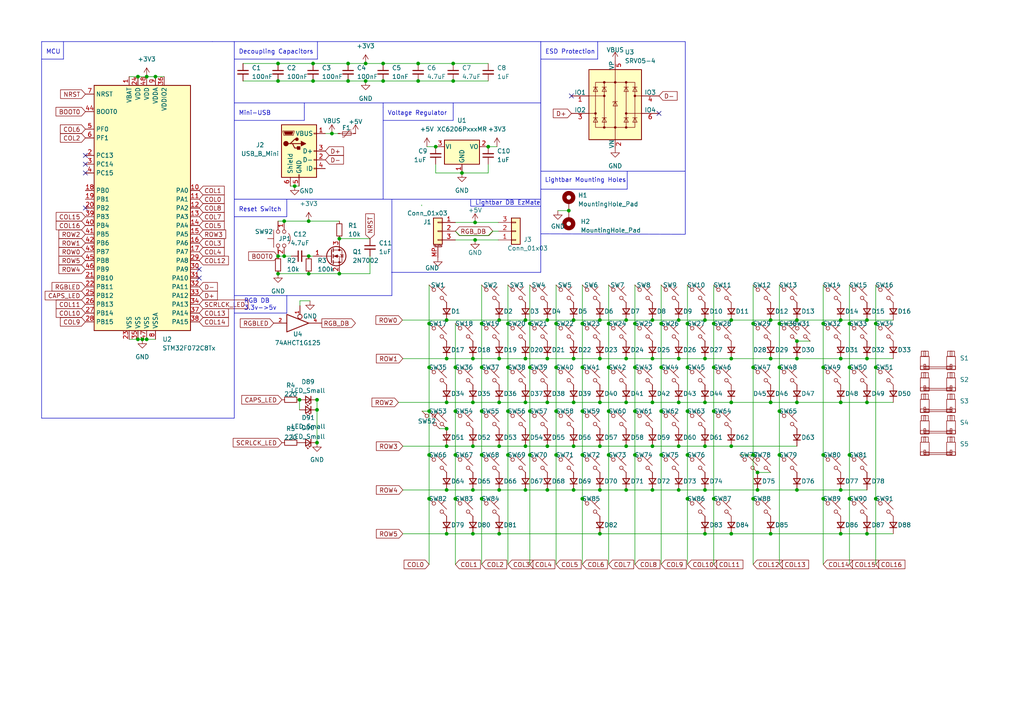
<source format=kicad_sch>
(kicad_sch (version 20230221) (generator eeschema)
  (paper "A4")
  (junction (at 137.16 129.413))
  (junction (at 96.266 38.735))
  (junction (at 152.4 116.713))
  (junction (at 191.77 131.953))
  (junction (at 91.948 128.397))
  (junction (at 199.39 144.653))
  (junction (at 124.46 106.553))
  (junction (at 82.423 74.295))
  (junction (at 173.99 154.813))
  (junction (at 189.23 92.837))
  (junction (at 132.08 106.553))
  (junction (at 144.78 142.113))
  (junction (at 139.7 144.653))
  (junction (at 168.91 106.553))
  (junction (at 226.06 131.953))
  (junction (at 254 106.553))
  (junction (at 181.61 92.837))
  (junction (at 89.535 74.295))
  (junction (at 199.39 93.853))
  (junction (at 158.75 129.413))
  (junction (at 80.645 23.495))
  (junction (at 199.39 131.953))
  (junction (at 189.23 104.013))
  (junction (at 100.965 23.495))
  (junction (at 90.805 18.415))
  (junction (at 161.29 93.853))
  (junction (at 100.965 18.415))
  (junction (at 129.54 104.013))
  (junction (at 184.15 93.853))
  (junction (at 219.71 137.033))
  (junction (at 40.005 98.425))
  (junction (at 196.85 104.013))
  (junction (at 238.76 93.853))
  (junction (at 196.85 129.413))
  (junction (at 152.4 104.013))
  (junction (at 251.46 92.837))
  (junction (at 243.84 154.813))
  (junction (at 161.29 131.953))
  (junction (at 204.47 154.813))
  (junction (at 191.77 106.553))
  (junction (at 173.99 129.413))
  (junction (at 168.91 93.853))
  (junction (at 161.29 119.253))
  (junction (at 158.75 116.713))
  (junction (at 173.99 92.837))
  (junction (at 132.08 131.953))
  (junction (at 129.54 154.813))
  (junction (at 243.84 116.713))
  (junction (at 166.37 142.113))
  (junction (at 137.795 69.596))
  (junction (at 144.78 129.413))
  (junction (at 137.795 64.516))
  (junction (at 147.32 131.953))
  (junction (at 196.85 92.837))
  (junction (at 129.54 124.333))
  (junction (at 139.7 93.853))
  (junction (at 168.91 144.653))
  (junction (at 42.545 98.425))
  (junction (at 212.09 104.013))
  (junction (at 106.045 18.415))
  (junction (at 158.75 142.113))
  (junction (at 98.425 79.375))
  (junction (at 41.275 98.425))
  (junction (at 158.75 92.837))
  (junction (at 85.471 53.975))
  (junction (at 219.71 142.113))
  (junction (at 40.005 22.225))
  (junction (at 173.99 116.713))
  (junction (at 231.14 116.713))
  (junction (at 218.44 144.653))
  (junction (at 86.868 115.951))
  (junction (at 121.285 18.415))
  (junction (at 184.15 119.253))
  (junction (at 199.39 106.553))
  (junction (at 204.47 92.837))
  (junction (at 144.78 116.713))
  (junction (at 176.53 93.853))
  (junction (at 218.44 93.853))
  (junction (at 223.52 154.813))
  (junction (at 153.67 106.553))
  (junction (at 90.805 23.495))
  (junction (at 173.99 142.113))
  (junction (at 243.84 142.113))
  (junction (at 168.91 131.953))
  (junction (at 152.4 129.413))
  (junction (at 131.445 18.415))
  (junction (at 204.47 116.713))
  (junction (at 168.91 119.253))
  (junction (at 164.973 61.087))
  (junction (at 129.54 129.413))
  (junction (at 231.14 92.837))
  (junction (at 147.32 93.853))
  (junction (at 212.09 129.413))
  (junction (at 126.365 42.545))
  (junction (at 181.61 104.013))
  (junction (at 152.4 142.113))
  (junction (at 137.16 104.013))
  (junction (at 238.76 144.653))
  (junction (at 212.09 116.713))
  (junction (at 191.77 119.253))
  (junction (at 191.77 93.853))
  (junction (at 166.37 92.837))
  (junction (at 226.06 119.253))
  (junction (at 137.16 154.813))
  (junction (at 139.7 106.553))
  (junction (at 139.7 119.253))
  (junction (at 254 144.653))
  (junction (at 124.46 144.653))
  (junction (at 153.67 119.253))
  (junction (at 181.61 142.113))
  (junction (at 189.23 116.713))
  (junction (at 124.46 119.253))
  (junction (at 251.46 104.013))
  (junction (at 218.44 106.553))
  (junction (at 144.78 104.013))
  (junction (at 139.7 131.953))
  (junction (at 111.125 18.415))
  (junction (at 243.84 104.013))
  (junction (at 207.01 144.653))
  (junction (at 89.535 64.135))
  (junction (at 158.75 104.013))
  (junction (at 238.76 106.553))
  (junction (at 246.38 131.953))
  (junction (at 189.23 129.413))
  (junction (at 184.15 131.953))
  (junction (at 42.545 22.225))
  (junction (at 212.09 92.837))
  (junction (at 196.85 142.113))
  (junction (at 184.15 106.553))
  (junction (at 91.948 115.951))
  (junction (at 152.4 92.837))
  (junction (at 176.53 131.953))
  (junction (at 223.52 104.013))
  (junction (at 45.085 22.225))
  (junction (at 231.14 104.013))
  (junction (at 111.125 23.495))
  (junction (at 218.44 131.953))
  (junction (at 121.285 23.495))
  (junction (at 223.52 92.837))
  (junction (at 141.605 42.545))
  (junction (at 251.46 154.813))
  (junction (at 137.16 142.113))
  (junction (at 132.08 144.653))
  (junction (at 124.46 93.853))
  (junction (at 207.01 106.553))
  (junction (at 246.38 106.553))
  (junction (at 80.645 74.295))
  (junction (at 196.85 116.713))
  (junction (at 243.84 92.837))
  (junction (at 254 93.853))
  (junction (at 204.47 142.113))
  (junction (at 153.67 93.853))
  (junction (at 144.78 92.837))
  (junction (at 147.32 106.553))
  (junction (at 153.67 131.953))
  (junction (at 204.47 104.013))
  (junction (at 231.14 98.933))
  (junction (at 223.52 116.713))
  (junction (at 181.61 129.413))
  (junction (at 199.39 119.253))
  (junction (at 161.29 106.553))
  (junction (at 80.645 79.375))
  (junction (at 246.38 144.653))
  (junction (at 251.46 116.713))
  (junction (at 166.37 129.413))
  (junction (at 207.01 93.853))
  (junction (at 137.16 116.713))
  (junction (at 132.08 119.253))
  (junction (at 80.645 18.415))
  (junction (at 131.445 23.495))
  (junction (at 166.37 116.713))
  (junction (at 246.38 93.853))
  (junction (at 226.06 93.853))
  (junction (at 124.46 131.953))
  (junction (at 204.47 129.413))
  (junction (at 129.54 116.713))
  (junction (at 98.425 69.215))
  (junction (at 82.423 64.135))
  (junction (at 176.53 106.553))
  (junction (at 106.045 23.495))
  (junction (at 129.54 142.113))
  (junction (at 176.53 119.253))
  (junction (at 129.54 92.837))
  (junction (at 207.01 119.253))
  (junction (at 181.61 116.713))
  (junction (at 173.99 104.013))
  (junction (at 144.78 154.813))
  (junction (at 89.535 79.375))
  (junction (at 147.32 119.253))
  (junction (at 238.76 131.953))
  (junction (at 189.23 142.113))
  (junction (at 166.37 104.013))
  (junction (at 133.985 50.165))
  (junction (at 91.948 118.872))
  (junction (at 231.14 142.113))
  (junction (at 212.09 154.813))
  (junction (at 226.06 106.553))
  (no_connect (at 24.765 47.625))
  (no_connect (at 57.785 78.105))
  (no_connect (at 165.735 27.813))
  (no_connect (at 24.765 60.325))
  (no_connect (at 24.765 45.085))
  (no_connect (at 24.765 50.165))
  (no_connect (at 191.135 32.893))
  (no_connect (at 57.785 80.645))
  (wire (pts (xy 153.67 119.253) (xy 153.67 131.953)))
  (wire (pts (xy 70.485 18.415) (xy 80.645 18.415)))
  (wire (pts (xy 204.47 154.813) (xy 212.09 154.813)))
  (polyline (pts (xy 156.845 29.845) (xy 156.845 57.785)))
  (polyline (pts (xy 111.125 34.925) (xy 131.445 34.925)))
  (wire (pts (xy 132.08 69.596) (xy 137.795 69.596)))
  (wire (pts (xy 139.7 144.653) (xy 139.7 163.703)))
  (wire (pts (xy 116.84 104.013) (xy 129.54 104.013)))
  (wire (pts (xy 246.38 131.953) (xy 246.38 144.653)))
  (wire (pts (xy 37.465 22.225) (xy 40.005 22.225)))
  (wire (pts (xy 226.06 93.853) (xy 229.87 93.853)))
  (wire (pts (xy 121.285 23.495) (xy 131.445 23.495)))
  (wire (pts (xy 127.508 124.333) (xy 129.54 124.333)))
  (wire (pts (xy 147.32 93.853) (xy 147.32 106.553)))
  (wire (pts (xy 158.75 92.837) (xy 166.37 92.837)))
  (wire (pts (xy 139.7 93.853) (xy 139.7 106.553)))
  (wire (pts (xy 144.78 104.013) (xy 152.4 104.013)))
  (wire (pts (xy 191.77 82.677) (xy 191.77 93.853)))
  (wire (pts (xy 42.545 98.425) (xy 45.085 98.425)))
  (wire (pts (xy 173.99 129.413) (xy 181.61 129.413)))
  (wire (pts (xy 89.535 79.375) (xy 98.425 79.375)))
  (polyline (pts (xy 83.185 62.865) (xy 83.185 57.785)))
  (wire (pts (xy 132.08 131.953) (xy 132.08 144.653)))
  (polyline (pts (xy 131.445 34.925) (xy 131.445 31.115)))
  (wire (pts (xy 184.15 119.253) (xy 184.15 131.953)))
  (wire (pts (xy 173.99 104.013) (xy 181.61 104.013)))
  (wire (pts (xy 243.84 142.113) (xy 251.46 142.113)))
  (wire (pts (xy 204.47 104.013) (xy 212.09 104.013)))
  (polyline (pts (xy 12.065 12.065) (xy 12.065 121.285)))
  (wire (pts (xy 37.465 98.425) (xy 40.005 98.425)))
  (wire (pts (xy 84.201 53.975) (xy 85.471 53.975)))
  (polyline (pts (xy 156.845 12.065) (xy 156.845 29.845)))
  (wire (pts (xy 181.61 129.413) (xy 189.23 129.413)))
  (wire (pts (xy 132.08 64.516) (xy 137.795 64.516)))
  (wire (pts (xy 168.91 106.553) (xy 168.91 119.253)))
  (wire (pts (xy 129.54 142.113) (xy 137.16 142.113)))
  (polyline (pts (xy 67.945 90.805) (xy 83.185 90.805)))
  (wire (pts (xy 181.61 104.013) (xy 189.23 104.013)))
  (wire (pts (xy 129.54 104.013) (xy 137.16 104.013)))
  (wire (pts (xy 158.75 116.713) (xy 166.37 116.713)))
  (wire (pts (xy 144.78 92.837) (xy 152.4 92.837)))
  (wire (pts (xy 124.46 93.853) (xy 124.46 106.553)))
  (wire (pts (xy 129.54 92.837) (xy 144.78 92.837)))
  (wire (pts (xy 251.46 92.837) (xy 259.08 92.837)))
  (wire (pts (xy 176.53 82.677) (xy 176.53 93.853)))
  (polyline (pts (xy 173.355 17.145) (xy 173.355 12.065)))
  (polyline (pts (xy 12.065 121.285) (xy 67.945 121.285)))
  (wire (pts (xy 41.275 98.425) (xy 42.545 98.425)))
  (wire (pts (xy 166.37 129.413) (xy 173.99 129.413)))
  (wire (pts (xy 226.06 82.677) (xy 226.06 93.853)))
  (wire (pts (xy 212.09 92.837) (xy 223.52 92.837)))
  (wire (pts (xy 131.445 23.495) (xy 141.605 23.495)))
  (wire (pts (xy 96.266 38.735) (xy 98.044 38.735)))
  (wire (pts (xy 251.46 116.713) (xy 259.08 116.713)))
  (wire (pts (xy 204.47 154.813) (xy 173.99 154.813)))
  (polyline (pts (xy 156.845 54.864) (xy 181.9148 54.864)))
  (wire (pts (xy 181.61 116.713) (xy 189.23 116.713)))
  (wire (pts (xy 219.71 137.033) (xy 223.52 137.033)))
  (wire (pts (xy 152.4 142.113) (xy 158.75 142.113)))
  (wire (pts (xy 214.63 131.953) (xy 218.44 131.953)))
  (wire (pts (xy 246.38 144.653) (xy 246.38 163.703)))
  (wire (pts (xy 251.46 104.013) (xy 259.08 104.013)))
  (wire (pts (xy 115.57 116.713) (xy 129.54 116.713)))
  (wire (pts (xy 137.16 154.813) (xy 144.78 154.813)))
  (wire (pts (xy 137.795 64.516) (xy 144.526 64.516)))
  (polyline (pts (xy 67.945 57.785) (xy 111.125 57.785)))
  (wire (pts (xy 123.825 42.545) (xy 126.365 42.545)))
  (wire (pts (xy 254 82.677) (xy 254 93.853)))
  (polyline (pts (xy 156.845 78.994) (xy 156.845 67.818)))
  (wire (pts (xy 166.37 104.013) (xy 173.99 104.013)))
  (wire (pts (xy 89.535 74.295) (xy 90.805 74.295)))
  (wire (pts (xy 124.46 106.553) (xy 124.46 119.253)))
  (wire (pts (xy 139.7 119.253) (xy 139.7 131.953)))
  (wire (pts (xy 80.645 79.375) (xy 89.535 79.375)))
  (wire (pts (xy 139.7 106.553) (xy 139.7 119.253)))
  (polyline (pts (xy 181.9148 54.864) (xy 181.9148 49.6824)))
  (polyline (pts (xy 131.445 29.845) (xy 131.445 31.115)))
  (wire (pts (xy 124.46 119.253) (xy 124.46 131.953)))
  (wire (pts (xy 181.61 142.113) (xy 189.23 142.113)))
  (wire (pts (xy 137.795 69.596) (xy 144.526 69.596)))
  (wire (pts (xy 90.805 18.415) (xy 100.965 18.415)))
  (wire (pts (xy 45.085 22.225) (xy 47.625 22.225)))
  (wire (pts (xy 212.09 129.413) (xy 231.14 129.413)))
  (wire (pts (xy 196.85 142.113) (xy 204.47 142.113)))
  (wire (pts (xy 199.39 119.253) (xy 199.39 131.953)))
  (wire (pts (xy 132.08 119.253) (xy 132.08 131.953)))
  (wire (pts (xy 218.44 106.553) (xy 218.44 131.953)))
  (wire (pts (xy 173.99 92.837) (xy 181.61 92.837)))
  (wire (pts (xy 153.67 93.853) (xy 153.67 106.553)))
  (wire (pts (xy 173.99 142.113) (xy 181.61 142.113)))
  (wire (pts (xy 168.91 131.953) (xy 168.91 144.653)))
  (wire (pts (xy 204.47 92.837) (xy 212.09 92.837)))
  (wire (pts (xy 191.77 106.553) (xy 191.77 119.253)))
  (wire (pts (xy 147.32 106.553) (xy 147.32 119.253)))
  (wire (pts (xy 116.84 142.113) (xy 129.54 142.113)))
  (wire (pts (xy 82.423 74.295) (xy 84.455 74.295)))
  (wire (pts (xy 141.605 50.165) (xy 133.985 50.165)))
  (wire (pts (xy 141.605 47.625) (xy 141.605 50.165)))
  (wire (pts (xy 243.84 154.813) (xy 223.52 154.813)))
  (wire (pts (xy 254 106.553) (xy 254 144.653)))
  (wire (pts (xy 86.868 115.951) (xy 86.868 118.872)))
  (wire (pts (xy 238.76 144.653) (xy 238.76 163.703)))
  (wire (pts (xy 226.06 106.553) (xy 226.06 119.253)))
  (wire (pts (xy 191.77 93.853) (xy 191.77 106.553)))
  (wire (pts (xy 189.23 116.713) (xy 196.85 116.713)))
  (wire (pts (xy 199.39 131.953) (xy 199.39 144.653)))
  (polyline (pts (xy 156.845 12.065) (xy 156.845 67.818)))
  (wire (pts (xy 152.4 129.413) (xy 158.75 129.413)))
  (wire (pts (xy 181.61 92.837) (xy 189.23 92.837)))
  (wire (pts (xy 196.85 92.837) (xy 204.47 92.837)))
  (wire (pts (xy 153.67 131.953) (xy 153.67 163.703)))
  (wire (pts (xy 218.44 82.677) (xy 218.44 93.853)))
  (wire (pts (xy 133.35 68.326) (xy 132.08 67.056)))
  (wire (pts (xy 204.47 116.713) (xy 212.09 116.713)))
  (wire (pts (xy 199.39 93.853) (xy 199.39 106.553)))
  (wire (pts (xy 207.01 119.253) (xy 207.01 144.653)))
  (wire (pts (xy 168.91 144.653) (xy 168.91 163.703)))
  (wire (pts (xy 173.99 116.713) (xy 181.61 116.713)))
  (wire (pts (xy 40.005 98.425) (xy 41.275 98.425)))
  (wire (pts (xy 132.08 93.853) (xy 132.08 106.553)))
  (polyline (pts (xy 111.125 57.785) (xy 111.125 31.115)))
  (polyline (pts (xy 156.845 49.657) (xy 198.755 49.657)))
  (wire (pts (xy 219.71 142.113) (xy 231.14 142.113)))
  (wire (pts (xy 161.29 106.553) (xy 161.29 119.253)))
  (wire (pts (xy 161.29 131.953) (xy 161.29 163.703)))
  (wire (pts (xy 246.38 82.677) (xy 246.38 93.853)))
  (wire (pts (xy 153.67 106.553) (xy 153.67 119.253)))
  (wire (pts (xy 42.545 22.225) (xy 45.085 22.225)))
  (wire (pts (xy 161.29 82.677) (xy 161.29 93.853)))
  (wire (pts (xy 251.46 154.813) (xy 243.84 154.813)))
  (wire (pts (xy 144.78 142.113) (xy 152.4 142.113)))
  (polyline (pts (xy 198.755 67.945) (xy 198.755 12.065)))
  (wire (pts (xy 152.4 92.837) (xy 158.75 92.837)))
  (polyline (pts (xy 92.075 12.065) (xy 92.075 17.145)))
  (wire (pts (xy 189.23 104.013) (xy 196.85 104.013)))
  (wire (pts (xy 100.965 18.415) (xy 106.045 18.415)))
  (wire (pts (xy 196.85 129.413) (xy 204.47 129.413)))
  (wire (pts (xy 147.32 82.677) (xy 147.32 93.853)))
  (polyline (pts (xy 113.665 57.785) (xy 113.665 85.725)))
  (wire (pts (xy 124.46 131.953) (xy 124.46 144.653)))
  (wire (pts (xy 191.77 131.953) (xy 191.77 163.703)))
  (wire (pts (xy 116.713 92.837) (xy 129.54 92.837)))
  (polyline (pts (xy 83.185 90.805) (xy 83.185 85.725)))
  (wire (pts (xy 204.47 129.413) (xy 212.09 129.413)))
  (polyline (pts (xy 67.945 34.925) (xy 88.265 34.925)))
  (wire (pts (xy 158.75 142.113) (xy 166.37 142.113)))
  (wire (pts (xy 129.54 116.713) (xy 137.16 116.713)))
  (wire (pts (xy 246.38 106.553) (xy 246.38 131.953)))
  (wire (pts (xy 100.965 23.495) (xy 106.045 23.495)))
  (wire (pts (xy 184.15 106.553) (xy 184.15 119.253)))
  (wire (pts (xy 144.78 154.813) (xy 173.99 154.813)))
  (wire (pts (xy 243.84 92.837) (xy 251.46 92.837)))
  (wire (pts (xy 254 93.853) (xy 254 106.553)))
  (wire (pts (xy 231.14 116.713) (xy 243.84 116.713)))
  (wire (pts (xy 121.285 18.415) (xy 131.445 18.415)))
  (wire (pts (xy 111.125 18.415) (xy 121.285 18.415)))
  (wire (pts (xy 86.741 53.975) (xy 85.471 53.975)))
  (wire (pts (xy 91.948 118.872) (xy 91.948 128.397)))
  (wire (pts (xy 139.7 82.677) (xy 139.7 93.853)))
  (wire (pts (xy 212.09 154.813) (xy 223.52 154.813)))
  (polyline (pts (xy 67.945 17.145) (xy 92.075 17.145)))
  (polyline (pts (xy 67.945 121.285) (xy 67.945 12.065)))
  (wire (pts (xy 196.85 104.013) (xy 204.47 104.013)))
  (wire (pts (xy 161.29 119.253) (xy 161.29 131.953)))
  (polyline (pts (xy 12.065 17.145) (xy 18.415 17.145)))
  (wire (pts (xy 153.67 82.677) (xy 153.67 93.853)))
  (wire (pts (xy 126.365 50.165) (xy 126.365 47.625)))
  (wire (pts (xy 152.4 116.713) (xy 158.75 116.713)))
  (wire (pts (xy 161.29 93.853) (xy 161.29 106.553)))
  (wire (pts (xy 129.54 129.413) (xy 137.16 129.413)))
  (wire (pts (xy 189.23 142.113) (xy 196.85 142.113)))
  (wire (pts (xy 139.7 131.953) (xy 139.7 144.653)))
  (wire (pts (xy 191.77 119.253) (xy 191.77 131.953)))
  (wire (pts (xy 82.423 64.135) (xy 80.645 64.135)))
  (polyline (pts (xy 198.755 12.065) (xy 156.845 12.065)))
  (wire (pts (xy 189.23 129.413) (xy 196.85 129.413)))
  (wire (pts (xy 212.09 116.713) (xy 223.52 116.713)))
  (wire (pts (xy 166.37 116.713) (xy 173.99 116.713)))
  (wire (pts (xy 199.39 106.553) (xy 199.39 119.253)))
  (wire (pts (xy 133.35 68.326) (xy 141.605 68.326)))
  (wire (pts (xy 243.84 116.713) (xy 251.46 116.713)))
  (wire (pts (xy 98.425 79.375) (xy 107.315 79.375)))
  (wire (pts (xy 184.15 131.953) (xy 184.15 163.703)))
  (wire (pts (xy 137.16 142.113) (xy 144.78 142.113)))
  (wire (pts (xy 251.46 154.813) (xy 259.08 154.813)))
  (wire (pts (xy 129.54 154.813) (xy 116.84 154.813)))
  (wire (pts (xy 147.32 119.253) (xy 147.32 131.953)))
  (wire (pts (xy 218.44 144.653) (xy 218.44 163.703)))
  (wire (pts (xy 226.06 131.953) (xy 226.06 163.703)))
  (polyline (pts (xy 136.525 59.817) (xy 136.525 57.785)))
  (wire (pts (xy 122.428 119.253) (xy 124.46 119.253)))
  (wire (pts (xy 176.53 106.553) (xy 176.53 119.253)))
  (wire (pts (xy 176.53 119.253) (xy 176.53 131.953)))
  (wire (pts (xy 231.14 104.013) (xy 243.84 104.013)))
  (polyline (pts (xy 61.595 12.065) (xy 12.065 12.065)))
  (wire (pts (xy 254 144.653) (xy 254 163.703)))
  (wire (pts (xy 223.52 92.837) (xy 231.14 92.837)))
  (wire (pts (xy 132.08 106.553) (xy 132.08 119.253)))
  (polyline (pts (xy 156.845 78.994) (xy 113.538 78.994)))
  (wire (pts (xy 132.08 144.653) (xy 132.08 163.703)))
  (wire (pts (xy 86.995 87.249) (xy 89.916 87.249)))
  (wire (pts (xy 207.01 93.853) (xy 207.01 106.553)))
  (wire (pts (xy 91.948 115.824) (xy 91.948 115.951)))
  (wire (pts (xy 142.875 67.056) (xy 141.605 68.326)))
  (wire (pts (xy 176.53 131.953) (xy 176.53 163.703)))
  (wire (pts (xy 168.91 82.677) (xy 168.91 93.853)))
  (wire (pts (xy 137.16 104.013) (xy 144.78 104.013)))
  (wire (pts (xy 137.16 116.713) (xy 144.78 116.713)))
  (wire (pts (xy 199.39 144.653) (xy 199.39 163.703)))
  (wire (pts (xy 223.52 104.013) (xy 231.14 104.013)))
  (wire (pts (xy 223.52 116.713) (xy 231.14 116.713)))
  (wire (pts (xy 122.301 59.436) (xy 122.301 59.69)))
  (wire (pts (xy 80.645 23.495) (xy 90.805 23.495)))
  (wire (pts (xy 116.84 129.413) (xy 129.54 129.413)))
  (wire (pts (xy 152.4 104.013) (xy 158.75 104.013)))
  (polyline (pts (xy 67.945 62.865) (xy 83.185 62.865)))
  (wire (pts (xy 90.805 23.495) (xy 100.965 23.495)))
  (wire (pts (xy 40.005 22.225) (xy 42.545 22.225)))
  (wire (pts (xy 238.76 93.853) (xy 238.76 106.553)))
  (polyline (pts (xy 111.125 29.845) (xy 111.125 31.115)))
  (polyline (pts (xy 88.265 34.925) (xy 88.265 31.115)))
  (polyline (pts (xy 156.845 29.845) (xy 67.945 29.845)))
  (wire (pts (xy 144.78 129.413) (xy 152.4 129.413)))
  (wire (pts (xy 80.645 74.295) (xy 82.423 74.295)))
  (wire (pts (xy 141.605 42.545) (xy 144.145 42.545)))
  (polyline (pts (xy 113.665 57.785) (xy 67.945 57.785)))
  (polyline (pts (xy 67.945 12.065) (xy 156.845 12.065)))
  (wire (pts (xy 94.361 38.735) (xy 96.266 38.735)))
  (wire (pts (xy 158.75 129.413) (xy 166.37 129.413)))
  (polyline (pts (xy 18.415 12.065) (xy 18.415 17.145)))
  (wire (pts (xy 238.76 131.953) (xy 238.76 144.653)))
  (wire (pts (xy 243.84 104.013) (xy 251.46 104.013)))
  (wire (pts (xy 86.995 87.249) (xy 86.995 88.646)))
  (wire (pts (xy 98.425 69.215) (xy 107.315 69.215)))
  (wire (pts (xy 207.01 144.653) (xy 207.01 163.703)))
  (wire (pts (xy 124.46 82.677) (xy 124.46 93.853)))
  (wire (pts (xy 166.37 92.837) (xy 173.99 92.837)))
  (wire (pts (xy 144.78 116.713) (xy 152.4 116.713)))
  (wire (pts (xy 161.798 61.087) (xy 164.973 61.087)))
  (wire (pts (xy 124.46 144.653) (xy 124.46 163.703)))
  (wire (pts (xy 238.76 106.553) (xy 238.76 131.953)))
  (polyline (pts (xy 61.595 12.065) (xy 67.945 12.065)))
  (wire (pts (xy 207.01 106.553) (xy 207.01 119.253)))
  (wire (pts (xy 91.948 115.951) (xy 91.948 118.872)))
  (wire (pts (xy 131.445 18.415) (xy 141.605 18.415)))
  (wire (pts (xy 226.06 93.853) (xy 226.06 106.553)))
  (polyline (pts (xy 156.845 17.145) (xy 173.355 17.145)))
  (polyline (pts (xy 67.945 85.725) (xy 113.665 85.725)))
  (polyline (pts (xy 156.845 67.818) (xy 198.755 67.945)))
  (wire (pts (xy 89.535 64.135) (xy 98.425 64.135)))
  (wire (pts (xy 107.315 79.375) (xy 107.315 74.295)))
  (wire (pts (xy 204.47 142.113) (xy 219.71 142.113)))
  (wire (pts (xy 137.16 129.413) (xy 144.78 129.413)))
  (wire (pts (xy 70.485 23.495) (xy 80.645 23.495)))
  (wire (pts (xy 80.645 18.415) (xy 90.805 18.415)))
  (wire (pts (xy 133.985 50.165) (xy 126.365 50.165)))
  (wire (pts (xy 111.125 23.495) (xy 121.285 23.495)))
  (wire (pts (xy 168.91 119.253) (xy 168.91 131.953)))
  (wire (pts (xy 238.76 82.677) (xy 238.76 93.853)))
  (wire (pts (xy 212.09 104.013) (xy 223.52 104.013)))
  (wire (pts (xy 231.14 92.837) (xy 243.84 92.837)))
  (wire (pts (xy 176.53 93.853) (xy 176.53 106.553)))
  (wire (pts (xy 226.06 119.253) (xy 226.06 131.953)))
  (wire (pts (xy 196.85 116.713) (xy 204.47 116.713)))
  (wire (pts (xy 89.535 64.135) (xy 82.423 64.135)))
  (wire (pts (xy 129.54 154.813) (xy 137.16 154.813)))
  (wire (pts (xy 218.44 131.953) (xy 218.44 144.653)))
  (wire (pts (xy 184.15 93.853) (xy 184.15 106.553)))
  (wire (pts (xy 147.32 131.953) (xy 147.32 163.703)))
  (wire (pts (xy 166.37 142.113) (xy 173.99 142.113)))
  (wire (pts (xy 231.14 98.933) (xy 234.95 98.933)))
  (wire (pts (xy 246.38 93.853) (xy 246.38 106.553)))
  (wire (pts (xy 207.01 82.677) (xy 207.01 93.853)))
  (wire (pts (xy 168.91 93.853) (xy 168.91 106.553)))
  (wire (pts (xy 158.75 104.013) (xy 166.37 104.013)))
  (polyline (pts (xy 156.845 57.785) (xy 113.665 57.785)))
  (wire (pts (xy 142.875 67.056) (xy 144.526 67.056)))
  (polyline (pts (xy 136.525 59.817) (xy 156.845 59.817)))
  (wire (pts (xy 106.045 23.495) (xy 111.125 23.495)))
  (wire (pts (xy 184.15 82.677) (xy 184.15 93.853)))
  (wire (pts (xy 218.44 93.853) (xy 218.44 106.553)))
  (wire (pts (xy 199.39 82.677) (xy 199.39 93.853)))
  (polyline (pts (xy 88.265 29.845) (xy 88.265 31.115)))
  (wire (pts (xy 231.14 142.113) (xy 243.84 142.113)))
  (wire (pts (xy 106.045 18.415) (xy 111.125 18.415)))
  (wire (pts (xy 189.23 92.837) (xy 196.85 92.837)))
  (text "RGB DB\n3.3v->5v" (at 70.739 90.17 0) (effects (font (size 1.27 1.27)) (justify left bottom)))
  (text "Mini-USB" (at 69.215 33.655 0) (effects (font (size 1.27 1.27)) (justify left bottom)))
  (text "MCU" (at 13.335 15.875 0) (effects (font (size 1.27 1.27)) (justify left bottom)))
  (text "ESD Protection\n" (at 158.115 15.875 0) (effects (font (size 1.27 1.27)) (justify left bottom)))
  (text "Voltage Regulator" (at 112.395 33.655 0) (effects (font (size 1.27 1.27)) (justify left bottom)))
  (text "Lightbar Mounting Holes\n" (at 157.988 53.086 0) (effects (font (size 1.27 1.27)) (justify left bottom)))
  (text "Lightbar DB EzMate" (at 137.795 59.69 0) (effects (font (size 1.27 1.27)) (justify left bottom)))
  (text "Reset Switch" (at 69.215 61.595 0) (effects (font (size 1.27 1.27)) (justify left bottom)))
  (text "Decoupling Capacitors\n" (at 69.215 15.875 0) (effects (font (size 1.27 1.27)) (justify left bottom)))
  (global_label "ROW3" (shape input) (at 57.785 67.945 0) (property "Intersheetrefs" "${INTERSHEET_REFS}" (effects hide)))
  (global_label "SCRLCK_LED" (shape input) (at 81.788 128.397 180) (property "Intersheetrefs" "${INTERSHEET_REFS}" (effects hide)))
  (global_label "NRST" (shape input) (at 24.765 27.305 180) (property "Intersheetrefs" "${INTERSHEET_REFS}" (effects hide)))
  (global_label "RGBLED" (shape input) (at 24.765 83.185 180) (property "Intersheetrefs" "${INTERSHEET_REFS}" (effects hide)))
  (global_label "COL6" (shape input) (at 168.91 163.703 0) (property "Intersheetrefs" "${INTERSHEET_REFS}" (effects hide)))
  (global_label "COL9" (shape input) (at 191.77 163.703 0) (property "Intersheetrefs" "${INTERSHEET_REFS}" (effects hide)))
  (global_label "COL10" (shape input) (at 199.39 163.703 0) (property "Intersheetrefs" "${INTERSHEET_REFS}" (effects hide)))
  (global_label "D-" (shape input) (at 191.135 27.813 0) (property "Intersheetrefs" "${INTERSHEET_REFS}" (effects hide)))
  (global_label "D+" (shape input) (at 165.735 32.893 180) (property "Intersheetrefs" "${INTERSHEET_REFS}" (effects hide)))
  (global_label "RGBLED" (shape input) (at 79.375 93.726 180) (property "Intersheetrefs" "${INTERSHEET_REFS}" (effects hide)))
  (global_label "D+" (shape input) (at 57.785 85.725 0) (property "Intersheetrefs" "${INTERSHEET_REFS}" (effects hide)))
  (global_label "COL13" (shape input) (at 57.785 90.805 0) (property "Intersheetrefs" "${INTERSHEET_REFS}" (effects hide)))
  (global_label "COL7" (shape input) (at 57.785 62.865 0) (property "Intersheetrefs" "${INTERSHEET_REFS}" (effects hide)))
  (global_label "COL5" (shape input) (at 161.29 163.703 0) (property "Intersheetrefs" "${INTERSHEET_REFS}" (effects hide)))
  (global_label "COL0" (shape input) (at 57.785 57.785 0) (property "Intersheetrefs" "${INTERSHEET_REFS}" (effects hide)))
  (global_label "COL16" (shape input) (at 254 163.703 0) (property "Intersheetrefs" "${INTERSHEET_REFS}" (effects hide)))
  (global_label "ROW0" (shape input) (at 116.713 92.837 180) (property "Intersheetrefs" "${INTERSHEET_REFS}" (effects hide)))
  (global_label "COL9" (shape input) (at 24.765 93.345 180) (property "Intersheetrefs" "${INTERSHEET_REFS}" (effects hide)))
  (global_label "ROW5" (shape input) (at 116.84 154.813 180) (property "Intersheetrefs" "${INTERSHEET_REFS}" (effects hide)))
  (global_label "COL15" (shape input) (at 24.765 62.865 180) (property "Intersheetrefs" "${INTERSHEET_REFS}" (effects hide)))
  (global_label "COL6" (shape input) (at 24.765 37.465 180) (property "Intersheetrefs" "${INTERSHEET_REFS}" (effects hide)))
  (global_label "COL1" (shape input) (at 57.785 55.245 0) (property "Intersheetrefs" "${INTERSHEET_REFS}" (effects hide)))
  (global_label "ROW1" (shape input) (at 24.765 70.485 180) (property "Intersheetrefs" "${INTERSHEET_REFS}" (effects hide)))
  (global_label "ROW1" (shape input) (at 116.84 104.013 180) (property "Intersheetrefs" "${INTERSHEET_REFS}" (effects hide)))
  (global_label "COL16" (shape input) (at 24.765 65.405 180) (property "Intersheetrefs" "${INTERSHEET_REFS}" (effects hide)))
  (global_label "D-" (shape input) (at 94.361 46.355 0) (property "Intersheetrefs" "${INTERSHEET_REFS}" (effects hide)))
  (global_label "D+" (shape input) (at 94.361 43.815 0) (property "Intersheetrefs" "${INTERSHEET_REFS}" (effects hide)))
  (global_label "CAPS_LED" (shape input) (at 24.765 85.725 180) (property "Intersheetrefs" "${INTERSHEET_REFS}" (effects hide)))
  (global_label "COL4" (shape input) (at 153.67 163.703 0) (property "Intersheetrefs" "${INTERSHEET_REFS}" (effects hide)))
  (global_label "BOOT0" (shape input) (at 24.765 32.385 180) (property "Intersheetrefs" "${INTERSHEET_REFS}" (effects hide)))
  (global_label "COL0" (shape input) (at 124.46 163.703 180) (property "Intersheetrefs" "${INTERSHEET_REFS}" (effects hide)))
  (global_label "COL12" (shape input) (at 218.44 163.703 0) (property "Intersheetrefs" "${INTERSHEET_REFS}" (effects hide)))
  (global_label "SCRLCK_LED" (shape input) (at 57.785 88.265 0) (property "Intersheetrefs" "${INTERSHEET_REFS}" (effects hide)))
  (global_label "COL13" (shape input) (at 226.06 163.703 0) (property "Intersheetrefs" "${INTERSHEET_REFS}" (effects hide)))
  (global_label "COL1" (shape input) (at 132.08 163.703 0) (property "Intersheetrefs" "${INTERSHEET_REFS}" (effects hide)))
  (global_label "ROW2" (shape input) (at 24.765 67.945 180) (property "Intersheetrefs" "${INTERSHEET_REFS}" (effects hide)))
  (global_label "COL3" (shape input) (at 57.785 70.485 0) (property "Intersheetrefs" "${INTERSHEET_REFS}" (effects hide)))
  (global_label "COL10" (shape input) (at 24.765 90.805 180) (property "Intersheetrefs" "${INTERSHEET_REFS}" (effects hide)))
  (global_label "CAPS_LED" (shape input) (at 81.788 115.951 180) (property "Intersheetrefs" "${INTERSHEET_REFS}" (effects hide)))
  (global_label "COL14" (shape input) (at 238.76 163.703 0) (property "Intersheetrefs" "${INTERSHEET_REFS}" (effects hide)))
  (global_label "D-" (shape input) (at 57.785 83.185 0) (property "Intersheetrefs" "${INTERSHEET_REFS}" (effects hide)))
  (global_label "ROW2" (shape input) (at 115.57 116.713 180) (property "Intersheetrefs" "${INTERSHEET_REFS}" (effects hide)))
  (global_label "COL5" (shape input) (at 57.785 65.405 0) (property "Intersheetrefs" "${INTERSHEET_REFS}" (effects hide)))
  (global_label "ROW3" (shape input) (at 116.84 129.413 180) (property "Intersheetrefs" "${INTERSHEET_REFS}" (effects hide)))
  (global_label "COL14" (shape input) (at 57.785 93.345 0) (property "Intersheetrefs" "${INTERSHEET_REFS}" (effects hide)))
  (global_label "COL4" (shape input) (at 57.785 73.025 0) (property "Intersheetrefs" "${INTERSHEET_REFS}" (effects hide)))
  (global_label "COL12" (shape input) (at 57.785 75.565 0) (property "Intersheetrefs" "${INTERSHEET_REFS}" (effects hide)))
  (global_label "COL11" (shape input) (at 24.765 88.265 180) (property "Intersheetrefs" "${INTERSHEET_REFS}" (effects hide)))
  (global_label "COL2" (shape input) (at 24.765 40.005 180) (property "Intersheetrefs" "${INTERSHEET_REFS}" (effects hide)))
  (global_label "COL7" (shape input) (at 176.53 163.703 0) (property "Intersheetrefs" "${INTERSHEET_REFS}" (effects hide)))
  (global_label "COL8" (shape input) (at 57.785 60.325 0) (property "Intersheetrefs" "${INTERSHEET_REFS}" (effects hide)))
  (global_label "ROW5" (shape input) (at 24.765 75.565 180) (property "Intersheetrefs" "${INTERSHEET_REFS}" (effects hide)))
  (global_label "COL2" (shape input) (at 139.7 163.703 0) (property "Intersheetrefs" "${INTERSHEET_REFS}" (effects hide)))
  (global_label "NRST" (shape input) (at 107.315 69.215 90) (property "Intersheetrefs" "${INTERSHEET_REFS}" (effects hide)))
  (global_label "ROW0" (shape input) (at 24.765 73.025 180) (property "Intersheetrefs" "${INTERSHEET_REFS}" (effects hide)))
  (global_label "COL8" (shape input) (at 184.15 163.703 0) (property "Intersheetrefs" "${INTERSHEET_REFS}" (effects hide)))
  (global_label "BOOT0" (shape input) (at 80.645 74.295 180) (property "Intersheetrefs" "${INTERSHEET_REFS}" (effects hide)))
  (global_label "COL15" (shape input) (at 246.38 163.703 0) (property "Intersheetrefs" "${INTERSHEET_REFS}" (effects hide)))
  (global_label "RGB_DB" (shape bidirectional) (at 132.08 67.056 0) (property "Intersheetrefs" "${INTERSHEET_REFS}" (effects hide)))
  (global_label "RGB_DB" (shape output) (at 93.345 93.726 0) (property "Intersheetrefs" "${INTERSHEET_REFS}" (effects hide)))
  (global_label "ROW4" (shape input) (at 24.765 78.105 180) (property "Intersheetrefs" "${INTERSHEET_REFS}" (effects hide)))
  (global_label "ROW4" (shape input) (at 116.84 142.113 180) (property "Intersheetrefs" "${INTERSHEET_REFS}" (effects hide)))
  (global_label "COL11" (shape input) (at 207.01 163.703 0) (property "Intersheetrefs" "${INTERSHEET_REFS}" (effects hide)))
  (global_label "COL3" (shape input) (at 147.32 163.703 0) (property "Intersheetrefs" "${INTERSHEET_REFS}" (effects hide)))
  (symbol (lib_id "Device:D_Small") (at 212.09 101.473 90) (unit 1)
    (property "Reference" "D28" (at 218.44 101.473 90) (effects (justify right)))
    (property "Value" "D_Small" (effects hide))
    (property "Footprint" "Diode_SMD:D_SOD-123" (effects hide))
    (property "Sim.Device" "D" (effects hide))
    (property "Sim.Pins" "1=K 2=A" (effects hide))
  )
  (symbol (lib_id "Device:D_Small") (at 259.08 90.297 90) (unit 1)
    (property "Reference" "D16" (at 260.35 90.297 90) (effects (justify right)))
    (property "Value" "D_Small" (effects hide))
    (property "Footprint" "Diode_SMD:D_SOD-123" (effects hide))
    (property "Sim.Device" "D" (effects hide))
    (property "Sim.Pins" "1=K 2=A" (effects hide))
  )
  (symbol (lib_id "Device:D_Small") (at 158.75 90.297 90) (unit 1)
    (property "Reference" "D4" (at 160.02 90.297 90) (effects (justify right)))
    (property "Value" "D_Small" (effects hide))
    (property "Footprint" "Diode_SMD:D_SOD-123" (effects hide))
    (property "Sim.Device" "D" (effects hide))
    (property "Sim.Pins" "1=K 2=A" (effects hide))
  )
  (symbol (lib_id "Device:D_Small") (at 158.75 126.873 90) (unit 1)
    (property "Reference" "D55" (at 160.02 126.873 90) (effects (justify right)))
    (property "Value" "D_Small" (effects hide))
    (property "Footprint" "Diode_SMD:D_SOD-123" (effects hide))
    (property "Sim.Device" "D" (effects hide))
    (property "Sim.Pins" "1=K 2=A" (effects hide))
  )
  (symbol (lib_id "marbastlib-mx:MX_SW_solder") (at 194.31 121.793 0) (unit 1)
    (property "Reference" "SW62" (at 194.31 119.253 0))
    (property "Value" "MX_SW_solder" (effects hide))
    (property "Footprint" "marbastlib-mx:SW_MX_1u" (effects hide))
  )
  (symbol (lib_id "Device:C_Small") (at 111.125 20.955 0) (unit 1)
    (property "Reference" "C5" (at 113.665 19.6912 0) (effects (justify left)))
    (property "Value" "10nF" (at 113.665 22.2312 0) (effects (justify left)))
    (property "Footprint" "Capacitor_SMD:C_0402_1005Metric" (effects hide))
  )
  (symbol (lib_id "Device:D_Small") (at 137.16 152.273 90) (unit 1)
    (property "Reference" "D80" (at 138.43 152.273 90) (effects (justify right)))
    (property "Value" "D_Small" (effects hide))
    (property "Footprint" "Diode_SMD:D_SOD-123" (effects hide))
    (property "Sim.Device" "D" (effects hide))
    (property "Sim.Pins" "1=K 2=A" (effects hide))
  )
  (symbol (lib_id "power:GND") (at 89.916 87.249 0) (unit 1)
    (property "Reference" "#PWR018" (effects hide))
    (property "Value" "GND" (at 89.916 91.694 0))
  )
  (symbol (lib_id "Device:D_Small") (at 137.16 101.473 90) (unit 1)
    (property "Reference" "D18" (at 138.43 101.473 90) (effects (justify right)))
    (property "Value" "D_Small" (effects hide))
    (property "Footprint" "Diode_SMD:D_SOD-123" (effects hide))
    (property "Sim.Device" "D" (effects hide))
    (property "Sim.Pins" "1=K 2=A" (effects hide))
  )
  (symbol (lib_id "Device:D_Small") (at 173.99 126.873 90) (unit 1)
    (property "Reference" "D57" (at 175.26 126.873 90) (effects (justify right)))
    (property "Value" "D_Small" (effects hide))
    (property "Footprint" "Diode_SMD:D_SOD-123" (effects hide))
    (property "Sim.Device" "D" (effects hide))
    (property "Sim.Pins" "1=K 2=A" (effects hide))
  )
  (symbol (lib_name "GND_3") (lib_id "power:GND") (at 161.798 61.087 0) (mirror y) (unit 1)
    (property "Reference" "#PWR017" (effects hide))
    (property "Value" "GND" (at 161.798 65.659 0))
  )
  (symbol (lib_id "Device:D_Small") (at 212.09 126.873 90) (unit 1)
    (property "Reference" "D62" (at 213.36 126.873 90) (effects (justify right)))
    (property "Value" "D_Small" (effects hide))
    (property "Footprint" "Diode_SMD:D_SOD-123" (effects hide))
    (property "Sim.Device" "D" (effects hide))
    (property "Sim.Pins" "1=K 2=A" (effects hide))
  )
  (symbol (lib_id "Device:D_Small") (at 204.47 101.473 90) (unit 1)
    (property "Reference" "D27" (at 205.74 101.473 90) (effects (justify right)))
    (property "Value" "D_Small" (effects hide))
    (property "Footprint" "Diode_SMD:D_SOD-123" (effects hide))
    (property "Sim.Device" "D" (effects hide))
    (property "Sim.Pins" "1=K 2=A" (effects hide))
  )
  (symbol (lib_id "Device:R_Small") (at 89.535 76.835 0) (unit 1)
    (property "Reference" "R3" (at 92.075 75.5649 0) (effects (justify left)))
    (property "Value" "100k" (at 92.075 78.1049 0) (effects (justify left)))
    (property "Footprint" "Resistor_SMD:R_0402_1005Metric" (effects hide))
  )
  (symbol (lib_id "Device:D_Small") (at 166.37 114.173 90) (unit 1)
    (property "Reference" "D39" (at 167.64 114.173 90) (effects (justify right)))
    (property "Value" "D_Small" (effects hide))
    (property "Footprint" "Diode_SMD:D_SOD-123" (effects hide))
    (property "Sim.Device" "D" (effects hide))
    (property "Sim.Pins" "1=K 2=A" (effects hide))
  )
  (symbol (lib_id "Device:D_Small") (at 212.09 90.297 90) (unit 1)
    (property "Reference" "D11" (at 213.36 90.297 90) (effects (justify right)))
    (property "Value" "D_Small" (effects hide))
    (property "Footprint" "Diode_SMD:D_SOD-123" (effects hide))
    (property "Sim.Device" "D" (effects hide))
    (property "Sim.Pins" "1=K 2=A" (effects hide))
  )
  (symbol (lib_id "marbastlib-mx:MX_SW_solder") (at 228.6 85.217 0) (unit 1)
    (property "Reference" "SW13" (at 228.6 82.677 0))
    (property "Value" "MX_SW_solder" (effects hide))
    (property "Footprint" "marbastlib-mx:SW_MX_1u" (effects hide))
  )
  (symbol (lib_id "Transistor_FET:2N7002") (at 95.885 74.295 0) (unit 1)
    (property "Reference" "Q1" (at 102.235 73.0249 0) (effects (justify left)))
    (property "Value" "2N7002" (at 102.235 75.5649 0) (effects (justify left)))
    (property "Footprint" "Package_TO_SOT_SMD:SOT-23" (effects hide))
    (property "Datasheet" "https://www.onsemi.com/pub/Collateral/NDS7002A-D.PDF" (effects hide))
  )
  (symbol (lib_id "marbastlib-mx:MX_SW_solder") (at 201.93 96.393 0) (unit 1)
    (property "Reference" "SW27" (at 201.93 93.853 0))
    (property "Value" "MX_SW_solder" (effects hide))
    (property "Footprint" "marbastlib-mx:SW_MX_1u" (effects hide))
  )
  (symbol (lib_id "marbastlib-mx:MX_SW_solder") (at 163.83 109.093 0) (unit 1)
    (property "Reference" "SW40" (at 163.83 106.553 0))
    (property "Value" "MX_SW_solder" (effects hide))
    (property "Footprint" "marbastlib-mx:SW_MX_1u" (effects hide))
  )
  (symbol (lib_id "Device:D_Small") (at 251.46 101.473 90) (unit 1)
    (property "Reference" "D32" (at 252.73 101.473 90) (effects (justify right)))
    (property "Value" "D_Small" (effects hide))
    (property "Footprint" "Diode_SMD:D_SOD-123" (effects hide))
    (property "Sim.Device" "D" (effects hide))
    (property "Sim.Pins" "1=K 2=A" (effects hide))
  )
  (symbol (lib_id "Device:D_Small") (at 196.85 101.473 90) (unit 1)
    (property "Reference" "D26" (at 198.12 101.473 90) (effects (justify right)))
    (property "Value" "D_Small" (effects hide))
    (property "Footprint" "Diode_SMD:D_SOD-123" (effects hide))
    (property "Sim.Device" "D" (effects hide))
    (property "Sim.Pins" "1=K 2=A" (effects hide))
  )
  (symbol (lib_id "Device:D_Small") (at 166.37 126.873 90) (unit 1)
    (property "Reference" "D56" (at 167.64 126.873 90) (effects (justify right)))
    (property "Value" "D_Small" (effects hide))
    (property "Footprint" "Diode_SMD:D_SOD-123" (effects hide))
    (property "Sim.Device" "D" (effects hide))
    (property "Sim.Pins" "1=K 2=A" (effects hide))
  )
  (symbol (lib_id "Device:D_Small") (at 189.23 101.473 90) (unit 1)
    (property "Reference" "D25" (at 190.5 101.473 90) (effects (justify right)))
    (property "Value" "D_Small" (effects hide))
    (property "Footprint" "Diode_SMD:D_SOD-123" (effects hide))
    (property "Sim.Device" "D" (effects hide))
    (property "Sim.Pins" "1=K 2=A" (effects hide))
  )
  (symbol (lib_id "marbastlib-mx:MX_stab") (at 272.034 123.317 0) (unit 1)
    (property "Reference" "S4" (at 278.384 122.555 0) (effects (justify left)))
    (property "Value" "MX_stab" (effects hide))
    (property "Footprint" "marbastlib-mx:STAB_MX_2.25u" (effects hide))
  )
  (symbol (lib_id "marbastlib-mx:MX_SW_solder") (at 179.07 109.093 0) (unit 1)
    (property "Reference" "SW42" (at 179.07 106.553 0))
    (property "Value" "MX_SW_solder" (effects hide))
    (property "Footprint" "marbastlib-mx:SW_MX_1u" (effects hide))
  )
  (symbol (lib_id "marbastlib-mx:MX_SW_solder") (at 127 85.217 0) (unit 1)
    (property "Reference" "SW1" (at 127 82.677 0))
    (property "Value" "MX_SW_solder" (effects hide))
    (property "Footprint" "marbastlib-mx:SW_MX_1u" (effects hide))
  )
  (symbol (lib_id "Device:D_Small") (at 189.23 126.873 90) (unit 1)
    (property "Reference" "D59" (at 190.5 126.873 90) (effects (justify right)))
    (property "Value" "D_Small" (effects hide))
    (property "Footprint" "Diode_SMD:D_SOD-123" (effects hide))
    (property "Sim.Device" "D" (effects hide))
    (property "Sim.Pins" "1=K 2=A" (effects hide))
  )
  (symbol (lib_id "Device:D_Small") (at 243.84 90.297 90) (unit 1)
    (property "Reference" "D14" (at 245.11 90.297 90) (effects (justify right)))
    (property "Value" "D_Small" (effects hide))
    (property "Footprint" "Diode_SMD:D_SOD-123" (effects hide))
    (property "Sim.Device" "D" (effects hide))
    (property "Sim.Pins" "1=K 2=A" (effects hide))
  )
  (symbol (lib_id "power:GND") (at 80.645 79.375 0) (unit 1)
    (property "Reference" "#PWR012" (effects hide))
    (property "Value" "GND" (at 80.645 84.455 0))
  )
  (symbol (lib_id "marbastlib-mx:MX_SW_solder") (at 248.92 147.193 0) (unit 1)
    (property "Reference" "SW90" (at 248.92 144.653 0))
    (property "Value" "MX_SW_solder" (effects hide))
    (property "Footprint" "marbastlib-mx:SW_MX_1u" (effects hide))
  )
  (symbol (lib_id "Device:D_Small") (at 173.99 90.297 90) (unit 1)
    (property "Reference" "D6" (at 175.26 90.297 90) (effects (justify right)))
    (property "Value" "D_Small" (effects hide))
    (property "Footprint" "Diode_SMD:D_SOD-123" (effects hide))
    (property "Sim.Device" "D" (effects hide))
    (property "Sim.Pins" "1=K 2=A" (effects hide))
  )
  (symbol (lib_id "marbastlib-mx:MX_SW_solder") (at 127 147.193 0) (unit 1)
    (property "Reference" "SW82" (at 127 144.653 0))
    (property "Value" "MX_SW_solder" (effects hide))
    (property "Footprint" "marbastlib-mx:SW_MX_1.5u" (effects hide))
  )
  (symbol (lib_id "marbastlib-mx:MX_SW_solder") (at 241.3 109.093 0) (unit 1)
    (property "Reference" "SW49" (at 241.3 106.553 0))
    (property "Value" "MX_SW_solder" (effects hide))
    (property "Footprint" "marbastlib-mx:SW_MX_1u" (effects hide))
  )
  (symbol (lib_id "Device:D_Small") (at 196.85 114.173 90) (unit 1)
    (property "Reference" "D43" (at 198.12 114.173 90) (effects (justify right)))
    (property "Value" "D_Small" (effects hide))
    (property "Footprint" "Diode_SMD:D_SOD-123" (effects hide))
    (property "Sim.Device" "D" (effects hide))
    (property "Sim.Pins" "1=K 2=A" (effects hide))
  )
  (symbol (lib_id "Device:C_Small") (at 107.315 71.755 0) (unit 1)
    (property "Reference" "C11" (at 109.855 70.4912 0) (effects (justify left)))
    (property "Value" "1uF" (at 109.855 73.0312 0) (effects (justify left)))
    (property "Footprint" "Capacitor_SMD:C_0402_1005Metric" (effects hide))
  )
  (symbol (lib_id "marbastlib-mx:MX_SW_solder") (at 149.86 134.493 0) (unit 1)
    (property "Reference" "SW69" (at 149.86 131.953 0))
    (property "Value" "MX_SW_solder" (effects hide))
    (property "Footprint" "marbastlib-mx:SW_MX_1u" (effects hide))
  )
  (symbol (lib_id "marbastlib-mx:MX_stab") (at 272.034 129.54 0) (unit 1)
    (property "Reference" "S5" (at 278.384 128.778 0) (effects (justify left)))
    (property "Value" "MX_stab" (effects hide))
    (property "Footprint" "marbastlib-mx:STAB_MX_7u" (effects hide))
  )
  (symbol (lib_id "marbastlib-mx:MX_SW_solder") (at 256.54 85.217 0) (unit 1)
    (property "Reference" "SW16" (at 256.54 82.677 0))
    (property "Value" "MX_SW_solder" (effects hide))
    (property "Footprint" "marbastlib-mx:SW_MX_1u" (effects hide))
  )
  (symbol (lib_id "power:GND") (at 41.275 98.425 0) (unit 1)
    (property "Reference" "#PWR013" (effects hide))
    (property "Value" "GND" (at 41.275 103.505 0))
  )
  (symbol (lib_id "power:+3V3") (at 144.145 42.545 0) (unit 1)
    (property "Reference" "#PWR08" (effects hide))
    (property "Value" "+3V3" (at 144.145 37.465 0))
  )
  (symbol (lib_id "marbastlib-mx:MX_SW_solder") (at 171.45 96.393 0) (unit 1)
    (property "Reference" "SW23" (at 171.45 93.853 0))
    (property "Value" "MX_SW_solder" (effects hide))
    (property "Footprint" "marbastlib-mx:SW_MX_1u" (effects hide))
  )
  (symbol (lib_id "Mechanical:MountingHole_Pad") (at 164.973 58.547 0) (unit 1)
    (property "Reference" "H1" (at 167.64 56.642 0) (effects (justify left)))
    (property "Value" "MountingHole_Pad" (at 167.64 59.182 0) (effects (justify left)))
    (property "Footprint" "MountingHole:MountingHole_3.2mm_M3_Pad" (effects hide))
  )
  (symbol (lib_id "Device:D_Small") (at 231.14 101.473 90) (unit 1)
    (property "Reference" "D30" (at 232.41 101.473 90) (effects (justify right)))
    (property "Value" "D_Small" (effects hide))
    (property "Footprint" "Diode_SMD:D_SOD-123" (effects hide))
    (property "Sim.Device" "D" (effects hide))
    (property "Sim.Pins" "1=K 2=A" (effects hide))
  )
  (symbol (lib_id "Connector_Generic:Conn_01x03") (at 149.606 67.056 0) (mirror x) (unit 1)
    (property "Reference" "J3" (at 153.035 69.469 0))
    (property "Value" "Conn_01x03" (at 153.035 72.009 0))
    (property "Footprint" "Connector_PinHeader_2.54mm:PinHeader_1x03_P2.54mm_Vertical" (effects hide))
  )
  (symbol (lib_id "Device:D_Small") (at 223.52 114.173 90) (unit 1)
    (property "Reference" "D46" (at 224.79 114.173 90) (effects (justify right)))
    (property "Value" "D_Small" (effects hide))
    (property "Footprint" "Diode_SMD:D_SOD-123" (effects hide))
    (property "Sim.Device" "D" (effects hide))
    (property "Sim.Pins" "1=K 2=A" (effects hide))
  )
  (symbol (lib_id "marbastlib-mx:MX_SW_solder") (at 256.54 147.193 0) (unit 1)
    (property "Reference" "SW91" (at 256.54 144.653 0))
    (property "Value" "MX_SW_solder" (effects hide))
    (property "Footprint" "marbastlib-mx:SW_MX_1u" (effects hide))
  )
  (symbol (lib_id "power:GND") (at 178.435 43.053 0) (unit 1)
    (property "Reference" "#PWR015" (effects hide))
    (property "Value" "GND" (at 178.435 48.133 0))
  )
  (symbol (lib_id "Device:D_Small") (at 158.75 139.573 90) (unit 1)
    (property "Reference" "D68" (at 160.02 139.573 90) (effects (justify right)))
    (property "Value" "D_Small" (effects hide))
    (property "Footprint" "Diode_SMD:D_SOD-123" (effects hide))
    (property "Sim.Device" "D" (effects hide))
    (property "Sim.Pins" "1=K 2=A" (effects hide))
  )
  (symbol (lib_id "marbastlib-mx:MX_SW_solder") (at 256.54 96.393 0) (unit 1)
    (property "Reference" "SW34" (at 256.54 93.853 0))
    (property "Value" "MX_SW_solder" (effects hide))
    (property "Footprint" "marbastlib-mx:SW_MX_1u" (effects hide))
  )
  (symbol (lib_id "Device:D_Small") (at 231.14 126.873 90) (unit 1)
    (property "Reference" "D63" (at 232.41 126.873 90) (effects (justify right)))
    (property "Value" "D_Small" (effects hide))
    (property "Footprint" "Diode_SMD:D_SOD-123" (effects hide))
    (property "Sim.Device" "D" (effects hide))
    (property "Sim.Pins" "1=K 2=A" (effects hide))
  )
  (symbol (lib_id "marbastlib-mx:MX_SW_solder") (at 186.69 109.093 0) (unit 1)
    (property "Reference" "SW43" (at 186.69 106.553 0))
    (property "Value" "MX_SW_solder" (effects hide))
    (property "Footprint" "marbastlib-mx:SW_MX_1u" (effects hide))
  )
  (symbol (lib_id "Device:D_Small") (at 173.99 152.273 90) (unit 1)
    (property "Reference" "D82" (at 175.26 152.273 90) (effects (justify right)))
    (property "Value" "D_Small" (effects hide))
    (property "Footprint" "Diode_SMD:D_SOD-123" (effects hide))
    (property "Sim.Device" "D" (effects hide))
    (property "Sim.Pins" "1=K 2=A" (effects hide))
  )
  (symbol (lib_id "Device:D_Small") (at 189.23 139.573 90) (unit 1)
    (property "Reference" "D72" (at 190.5 139.573 90) (effects (justify right)))
    (property "Value" "D_Small" (effects hide))
    (property "Footprint" "Diode_SMD:D_SOD-123" (effects hide))
    (property "Sim.Device" "D" (effects hide))
    (property "Sim.Pins" "1=K 2=A" (effects hide))
  )
  (symbol (lib_id "power:VBUS") (at 178.435 17.653 0) (unit 1)
    (property "Reference" "#PWR014" (effects hide))
    (property "Value" "VBUS" (at 178.435 14.478 0))
  )
  (symbol (lib_id "Device:D_Small") (at 251.46 90.297 90) (unit 1)
    (property "Reference" "D15" (at 252.73 90.297 90) (effects (justify right)))
    (property "Value" "D_Small" (effects hide))
    (property "Footprint" "Diode_SMD:D_SOD-123" (effects hide))
    (property "Sim.Device" "D" (effects hide))
    (property "Sim.Pins" "1=K 2=A" (effects hide))
  )
  (symbol (lib_id "Mechanical:MountingHole_Pad") (at 164.973 63.627 180) (unit 1)
    (property "Reference" "H2" (at 168.402 64.262 0) (effects (justify right)))
    (property "Value" "MountingHole_Pad" (at 168.402 66.802 0) (effects (justify right)))
    (property "Footprint" "MountingHole:MountingHole_3.2mm_M3_Pad" (effects hide))
  )
  (symbol (lib_id "Device:D_Small") (at 158.75 114.173 90) (unit 1)
    (property "Reference" "D38" (at 160.02 114.173 90) (effects (justify right)))
    (property "Value" "D_Small" (effects hide))
    (property "Footprint" "Diode_SMD:D_SOD-123" (effects hide))
    (property "Sim.Device" "D" (effects hide))
    (property "Sim.Pins" "1=K 2=A" (effects hide))
  )
  (symbol (lib_id "Device:D_Small") (at 173.99 101.473 90) (unit 1)
    (property "Reference" "D23" (at 175.26 101.473 90) (effects (justify right)))
    (property "Value" "D_Small" (effects hide))
    (property "Footprint" "Diode_SMD:D_SOD-123" (effects hide))
    (property "Sim.Device" "D" (effects hide))
    (property "Sim.Pins" "1=K 2=A" (effects hide))
  )
  (symbol (lib_id "Device:D_Small") (at 152.4 139.573 90) (unit 1)
    (property "Reference" "D67" (at 153.67 139.573 90) (effects (justify right)))
    (property "Value" "D_Small" (effects hide))
    (property "Footprint" "Diode_SMD:D_SOD-123" (effects hide))
    (property "Sim.Device" "D" (effects hide))
    (property "Sim.Pins" "1=K 2=A" (effects hide))
  )
  (symbol (lib_id "Device:D_Small") (at 129.54 152.273 90) (unit 1)
    (property "Reference" "D79" (at 130.81 152.273 90) (effects (justify right)))
    (property "Value" "D_Small" (effects hide))
    (property "Footprint" "Diode_SMD:D_SOD-123" (effects hide))
    (property "Sim.Device" "D" (effects hide))
    (property "Sim.Pins" "1=K 2=A" (effects hide))
  )
  (symbol (lib_id "marbastlib-mx:MX_SW_solder") (at 179.07 96.393 0) (unit 1)
    (property "Reference" "SW24" (at 179.07 93.853 0))
    (property "Value" "MX_SW_solder" (effects hide))
    (property "Footprint" "marbastlib-mx:SW_MX_1u" (effects hide))
  )
  (symbol (lib_id "Device:D_Small") (at 129.54 126.873 90) (unit 1)
    (property "Reference" "D51" (at 130.81 126.873 90) (effects (justify right)))
    (property "Value" "D_Small" (effects hide))
    (property "Footprint" "Diode_SMD:D_SOD-123" (effects hide))
    (property "Sim.Device" "D" (effects hide))
    (property "Sim.Pins" "1=K 2=A" (effects hide))
  )
  (symbol (lib_id "power:GND") (at 106.045 23.495 0) (unit 1)
    (property "Reference" "#PWR03" (effects hide))
    (property "Value" "GND" (at 106.045 28.575 0))
  )
  (symbol (lib_id "marbastlib-mx:MX_SW_solder") (at 127 121.793 0) (unit 1)
    (property "Reference" "SW53" (at 127 119.253 0))
    (property "Value" "MX_SW_solder" (effects hide))
    (property "Footprint" "marbastlib-mx:SW_MX_1.75u" (effects hide))
  )
  (symbol (lib_id "marbastlib-mx:MX_stab") (at 272.034 104.648 0) (unit 1)
    (property "Reference" "S1" (at 278.384 103.886 0) (effects (justify left)))
    (property "Value" "MX_stab" (effects hide))
    (property "Footprint" "marbastlib-mx:STAB_MX_P_2u" (effects hide))
  )
  (symbol (lib_id "Device:Polyfuse_Small") (at 100.584 38.735 90) (unit 1)
    (property "Reference" "F1" (at 100.457 37.084 90))
    (property "Value" "Polyfuse_Small" (effects hide))
    (property "Footprint" "Fuse:Fuse_1206_3216Metric" (effects hide))
  )
  (symbol (lib_id "74xGxx:74AHCT1G125") (at 86.995 93.726 0) (unit 1)
    (property "Reference" "U4" (at 86.36 96.901 0))
    (property "Value" "74AHCT1G125" (at 86.36 99.441 0))
    (property "Footprint" "Package_TO_SOT_SMD:SOT-23-5" (effects hide))
    (property "Datasheet" "http://www.ti.com/lit/sg/scyt129e/scyt129e.pdf" (effects hide))
  )
  (symbol (lib_id "marbastlib-mx:MX_SW_solder") (at 171.45 121.793 0) (unit 1)
    (property "Reference" "SW59" (at 171.45 119.253 0))
    (property "Value" "MX_SW_solder" (effects hide))
    (property "Footprint" "marbastlib-mx:SW_MX_1u" (effects hide))
  )
  (symbol (lib_id "Device:D_Small") (at 144.78 114.173 90) (unit 1)
    (property "Reference" "D36" (at 146.05 114.173 90) (effects (justify right)))
    (property "Value" "D_Small" (effects hide))
    (property "Footprint" "Diode_SMD:D_SOD-123" (effects hide))
    (property "Sim.Device" "D" (effects hide))
    (property "Sim.Pins" "1=K 2=A" (effects hide))
  )
  (symbol (lib_id "Device:D_Small") (at 152.4 114.173 90) (unit 1)
    (property "Reference" "D37" (at 153.67 114.173 90) (effects (justify right)))
    (property "Value" "D_Small" (effects hide))
    (property "Footprint" "Diode_SMD:D_SOD-123" (effects hide))
    (property "Sim.Device" "D" (effects hide))
    (property "Sim.Pins" "1=K 2=A" (effects hide))
  )
  (symbol (lib_id "power:VBUS") (at 96.266 38.735 0) (mirror y) (unit 1)
    (property "Reference" "#PWR016" (effects hide))
    (property "Value" "VBUS" (at 96.266 35.052 0))
  )
  (symbol (lib_id "Device:D_Small") (at 152.4 101.473 90) (unit 1)
    (property "Reference" "D20" (at 153.67 101.473 90) (effects (justify right)))
    (property "Value" "D_Small" (effects hide))
    (property "Footprint" "Diode_SMD:D_SOD-123" (effects hide))
    (property "Sim.Device" "D" (effects hide))
    (property "Sim.Pins" "1=K 2=A" (effects hide))
  )
  (symbol (lib_id "marbastlib-mx:MX_SW_solder") (at 220.98 134.493 0) (unit 1)
    (property "Reference" "SW78" (at 220.98 131.953 0))
    (property "Value" "MX_SW_solder" (effects hide))
    (property "Footprint" "marbastlib-mx:SW_MX_1u" (effects hide))
  )
  (symbol (lib_id "marbastlib-mx:MX_SW_solder") (at 256.54 109.093 0) (unit 1)
    (property "Reference" "SW51" (at 256.54 106.553 0))
    (property "Value" "MX_SW_solder" (effects hide))
    (property "Footprint" "marbastlib-mx:SW_MX_1u" (effects hide))
  )
  (symbol (lib_id "Device:D_Small") (at 243.84 101.473 90) (unit 1)
    (property "Reference" "D31" (at 245.11 101.473 90) (effects (justify right)))
    (property "Value" "D_Small" (effects hide))
    (property "Footprint" "Diode_SMD:D_SOD-123" (effects hide))
    (property "Sim.Device" "D" (effects hide))
    (property "Sim.Pins" "1=K 2=A" (effects hide))
  )
  (symbol (lib_id "power:+3V3") (at 89.535 64.135 0) (unit 1)
    (property "Reference" "#PWR011" (effects hide))
    (property "Value" "+3V3" (at 89.535 59.055 0))
  )
  (symbol (lib_id "marbastlib-mx:MX_SW_solder") (at 171.45 109.093 0) (unit 1)
    (property "Reference" "SW41" (at 171.45 106.553 0))
    (property "Value" "MX_SW_solder" (effects hide))
    (property "Footprint" "marbastlib-mx:SW_MX_1u" (effects hide))
  )
  (symbol (lib_id "Device:R_Small") (at 80.645 76.835 0) (unit 1)
    (property "Reference" "R2" (at 83.185 75.5649 0) (effects (justify left)))
    (property "Value" "10k" (at 83.185 78.1049 0) (effects (justify left)))
    (property "Footprint" "Resistor_SMD:R_0402_1005Metric" (effects hide))
  )
  (symbol (lib_id "Device:D_Small") (at 212.09 152.273 90) (unit 1)
    (property "Reference" "D84" (at 213.36 152.273 90) (effects (justify right)))
    (property "Value" "D_Small" (effects hide))
    (property "Footprint" "Diode_SMD:D_SOD-123" (effects hide))
    (property "Sim.Device" "D" (effects hide))
    (property "Sim.Pins" "1=K 2=A" (effects hide))
  )
  (symbol (lib_id "marbastlib-mx:MX_SW_solder") (at 149.86 85.217 0) (unit 1)
    (property "Reference" "SW3" (at 149.86 82.677 0))
    (property "Value" "MX_SW_solder" (effects hide))
    (property "Footprint" "marbastlib-mx:SW_MX_1u" (effects hide))
  )
  (symbol (lib_id "Device:D_Small") (at 231.14 90.297 90) (unit 1)
    (property "Reference" "D13" (at 232.41 90.297 90) (effects (justify right)))
    (property "Value" "D_Small" (effects hide))
    (property "Footprint" "Diode_SMD:D_SOD-123" (effects hide))
    (property "Sim.Device" "D" (effects hide))
    (property "Sim.Pins" "1=K 2=A" (effects hide))
  )
  (symbol (lib_id "Connector:USB_B_Mini") (at 86.741 43.815 0) (unit 1)
    (property "Reference" "J2" (at 75.438 42.037 0))
    (property "Value" "USB_B_Mini" (at 75.438 44.577 0))
    (property "Footprint" "random-keyboard-parts:Molex-0548190589" (effects hide))
  )
  (symbol (lib_id "Device:D_Small") (at 251.46 114.173 90) (unit 1)
    (property "Reference" "D49" (at 252.73 114.173 90) (effects (justify right)))
    (property "Value" "D_Small" (effects hide))
    (property "Footprint" "Diode_SMD:D_SOD-123" (effects hide))
    (property "Sim.Device" "D" (effects hide))
    (property "Sim.Pins" "1=K 2=A" (effects hide))
  )
  (symbol (lib_id "marbastlib-mx:MX_SW_solder") (at 201.93 147.193 0) (unit 1)
    (property "Reference" "SW86" (at 201.93 144.653 0))
    (property "Value" "MX_SW_solder" (effects hide))
    (property "Footprint" "marbastlib-mx:SW_MX_1.5u" (effects hide))
  )
  (symbol (lib_id "Device:D_Small") (at 259.08 114.173 90) (unit 1)
    (property "Reference" "D50" (at 260.35 114.173 90) (effects (justify right)))
    (property "Value" "D_Small" (effects hide))
    (property "Footprint" "Diode_SMD:D_SOD-123" (effects hide))
    (property "Sim.Device" "D" (effects hide))
    (property "Sim.Pins" "1=K 2=A" (effects hide))
  )
  (symbol (lib_id "marbastlib-mx:MX_SW_solder") (at 142.24 109.093 0) (unit 1)
    (property "Reference" "SW37" (at 142.24 106.553 0))
    (property "Value" "MX_SW_solder" (effects hide))
    (property "Footprint" "marbastlib-mx:SW_MX_1u" (effects hide))
  )
  (symbol (lib_id "Device:D_Small") (at 129.54 139.573 90) (unit 1)
    (property "Reference" "D64" (at 130.81 139.573 90) (effects (justify right)))
    (property "Value" "D_Small" (effects hide))
    (property "Footprint" "Diode_SMD:D_SOD-123" (effects hide))
    (property "Sim.Device" "D" (effects hide))
    (property "Sim.Pins" "1=K 2=A" (effects hide))
  )
  (symbol (lib_id "marbastlib-mx:MX_SW_solder") (at 142.24 147.193 0) (unit 1)
    (property "Reference" "SW84" (at 142.24 144.653 0))
    (property "Value" "MX_SW_solder" (effects hide))
    (property "Footprint" "marbastlib-mx:SW_MX_1.5u" (effects hide))
  )
  (symbol (lib_id "marbastlib-mx:MX_SW_solder") (at 228.6 109.093 0) (unit 1)
    (property "Reference" "SW48" (at 228.6 106.553 0))
    (property "Value" "MX_SW_solder" (effects hide))
    (property "Footprint" "marbastlib-mx:SW_MX_1.5u" (effects hide))
  )
  (symbol (lib_id "Device:D_Small") (at 144.78 126.873 90) (unit 1)
    (property "Reference" "D53" (at 146.05 126.873 90) (effects (justify right)))
    (property "Value" "D_Small" (effects hide))
    (property "Footprint" "Diode_SMD:D_SOD-123" (effects hide))
    (property "Sim.Device" "D" (effects hide))
    (property "Sim.Pins" "1=K 2=A" (effects hide))
  )
  (symbol (lib_id "Jumper:Jumper_2_Open") (at 82.423 69.215 270) (unit 1)
    (property "Reference" "JP1" (at 80.772 69.215 90) (effects (justify left)))
    (property "Value" "Jumper_2_Open" (effects hide))
    (property "Footprint" "TestPoint:TestPoint_2Pads_Pitch5.08mm_Drill1.3mm" (effects hide))
  )
  (symbol (lib_id "Switch:SW_Push") (at 80.645 69.215 90) (unit 1)
    (property "Reference" "SW92" (at 73.914 67.183 90) (effects (justify right)))
    (property "Value" "SW_Push" (effects hide))
    (property "Footprint" "Button_Switch_SMD:SW_SPST_TL3342" (effects hide))
  )
  (symbol (lib_id "Device:D_Small") (at 251.46 152.273 90) (unit 1)
    (property "Reference" "D87" (at 252.73 152.273 90) (effects (justify right)))
    (property "Value" "D_Small" (effects hide))
    (property "Footprint" "Diode_SMD:D_SOD-123" (effects hide))
    (property "Sim.Device" "D" (effects hide))
    (property "Sim.Pins" "1=K 2=A" (effects hide))
  )
  (symbol (lib_name "GND_4") (lib_id "power:GND") (at 91.948 128.397 0) (unit 1)
    (property "Reference" "#PWR019" (effects hide))
    (property "Value" "GND" (at 91.948 133.35 0))
  )
  (symbol (lib_id "marbastlib-mx:MX_SW_solder") (at 163.83 85.217 0) (unit 1)
    (property "Reference" "SW5" (at 163.83 82.677 0))
    (property "Value" "MX_SW_solder" (effects hide))
    (property "Footprint" "marbastlib-mx:SW_MX_1u" (effects hide))
  )
  (symbol (lib_id "Device:D_Small") (at 259.08 101.473 90) (unit 1)
    (property "Reference" "D33" (at 260.35 101.473 90) (effects (justify right)))
    (property "Value" "D_Small" (effects hide))
    (property "Footprint" "Diode_SMD:D_SOD-123" (effects hide))
    (property "Sim.Device" "D" (effects hide))
    (property "Sim.Pins" "1=K 2=A" (effects hide))
  )
  (symbol (lib_id "marbastlib-mx:MX_SW_solder") (at 156.21 121.793 0) (unit 1)
    (property "Reference" "SW57" (at 156.21 119.253 0))
    (property "Value" "MX_SW_solder" (effects hide))
    (property "Footprint" "marbastlib-mx:SW_MX_1u" (effects hide))
  )
  (symbol (lib_id "Device:R_Small") (at 98.425 66.675 0) (unit 1)
    (property "Reference" "R1" (at 100.965 65.4049 0) (effects (justify left)))
    (property "Value" "10k" (at 100.965 67.9449 0) (effects (justify left)))
    (property "Footprint" "Resistor_SMD:R_0402_1005Metric" (effects hide))
  )
  (symbol (lib_id "Device:D_Small") (at 189.23 114.173 90) (unit 1)
    (property "Reference" "D42" (at 190.5 114.173 90) (effects (justify right)))
    (property "Value" "D_Small" (effects hide))
    (property "Footprint" "Diode_SMD:D_SOD-123" (effects hide))
    (property "Sim.Device" "D" (effects hide))
    (property "Sim.Pins" "1=K 2=A" (effects hide))
  )
  (symbol (lib_id "marbastlib-mx:MX_SW_solder") (at 142.24 121.793 0) (unit 1)
    (property "Reference" "SW55" (at 142.24 119.253 0))
    (property "Value" "MX_SW_solder" (effects hide))
    (property "Footprint" "marbastlib-mx:SW_MX_1u" (effects hide))
  )
  (symbol (lib_id "Device:D_Small") (at 196.85 90.297 90) (unit 1)
    (property "Reference" "D9" (at 198.12 90.297 90) (effects (justify right)))
    (property "Value" "D_Small" (effects hide))
    (property "Footprint" "Diode_SMD:D_SOD-123" (effects hide))
    (property "Sim.Device" "D" (effects hide))
    (property "Sim.Pins" "1=K 2=A" (effects hide))
  )
  (symbol (lib_id "Device:D_Small") (at 158.75 101.473 90) (unit 1)
    (property "Reference" "D21" (at 160.02 101.473 90) (effects (justify right)))
    (property "Value" "D_Small" (effects hide))
    (property "Footprint" "Diode_SMD:D_SOD-123" (effects hide))
    (property "Sim.Device" "D" (effects hide))
    (property "Sim.Pins" "1=K 2=A" (effects hide))
  )
  (symbol (lib_id "Device:D_Small") (at 173.99 139.573 90) (unit 1)
    (property "Reference" "D70" (at 175.26 139.573 90) (effects (justify right)))
    (property "Value" "D_Small" (effects hide))
    (property "Footprint" "Diode_SMD:D_SOD-123" (effects hide))
    (property "Sim.Device" "D" (effects hide))
    (property "Sim.Pins" "1=K 2=A" (effects hide))
  )
  (symbol (lib_id "Device:D_Small") (at 144.78 139.573 90) (unit 1)
    (property "Reference" "D66" (at 146.05 139.573 90) (effects (justify right)))
    (property "Value" "D_Small" (effects hide))
    (property "Footprint" "Diode_SMD:D_SOD-123" (effects hide))
    (property "Sim.Device" "D" (effects hide))
    (property "Sim.Pins" "1=K 2=A" (effects hide))
  )
  (symbol (lib_id "marbastlib-mx:MX_SW_solder") (at 171.45 134.493 0) (unit 1)
    (property "Reference" "SW72" (at 171.45 131.953 0))
    (property "Value" "MX_SW_solder" (effects hide))
    (property "Footprint" "marbastlib-mx:SW_MX_1u" (effects hide))
  )
  (symbol (lib_name "GND_1") (lib_id "power:GND") (at 137.795 69.596 0) (unit 1)
    (property "Reference" "#PWR06" (effects hide))
    (property "Value" "GND" (at 135.763 73.279 0) (effects (justify left)))
  )
  (symbol (lib_id "Device:D_Small") (at 223.52 152.273 90) (unit 1)
    (property "Reference" "D85" (at 224.79 152.273 90) (effects (justify right)))
    (property "Value" "D_Small" (effects hide))
    (property "Footprint" "Diode_SMD:D_SOD-123" (effects hide))
    (property "Sim.Device" "D" (effects hide))
    (property "Sim.Pins" "1=K 2=A" (effects hide))
  )
  (symbol (lib_id "marbastlib-mx:MX_SW_solder") (at 241.3 96.393 0) (unit 1)
    (property "Reference" "SW32" (at 241.3 93.853 0))
    (property "Value" "MX_SW_solder" (effects hide))
    (property "Footprint" "marbastlib-mx:SW_MX_1u" (effects hide))
  )
  (symbol (lib_id "marbastlib-mx:MX_SW_solder") (at 163.83 121.793 0) (unit 1)
    (property "Reference" "SW58" (at 163.83 119.253 0))
    (property "Value" "MX_SW_solder" (effects hide))
    (property "Footprint" "marbastlib-mx:SW_MX_1u" (effects hide))
  )
  (symbol (lib_id "Device:D_Small") (at 181.61 139.573 90) (unit 1)
    (property "Reference" "D71" (at 182.88 139.573 90) (effects (justify right)))
    (property "Value" "D_Small" (effects hide))
    (property "Footprint" "Diode_SMD:D_SOD-123" (effects hide))
    (property "Sim.Device" "D" (effects hide))
    (property "Sim.Pins" "1=K 2=A" (effects hide))
  )
  (symbol (lib_id "marbastlib-mx:MX_SW_solder") (at 186.69 85.217 0) (unit 1)
    (property "Reference" "SW8" (at 186.69 82.677 0))
    (property "Value" "MX_SW_solder" (effects hide))
    (property "Footprint" "marbastlib-mx:SW_MX_1u" (effects hide))
  )
  (symbol (lib_id "marbastlib-mx:MX_SW_solder") (at 209.55 85.217 0) (unit 1)
    (property "Reference" "SW11" (at 209.55 82.677 0))
    (property "Value" "MX_SW_solder" (effects hide))
    (property "Footprint" "marbastlib-mx:SW_MX_1u" (effects hide))
  )
  (symbol (lib_id "power:GND") (at 133.985 50.165 0) (unit 1)
    (property "Reference" "#PWR010" (effects hide))
    (property "Value" "GND" (at 133.985 55.245 0))
  )
  (symbol (lib_id "Device:C_Small") (at 141.605 45.085 180) (unit 1)
    (property "Reference" "C10" (at 144.145 43.8085 0) (effects (justify right)))
    (property "Value" "1uF" (at 144.145 46.3485 0) (effects (justify right)))
    (property "Footprint" "Capacitor_SMD:C_0402_1005Metric" (effects hide))
  )
  (symbol (lib_id "marbastlib-mx:MX_SW_solder") (at 163.83 96.393 0) (unit 1)
    (property "Reference" "SW22" (at 163.83 93.853 0))
    (property "Value" "MX_SW_solder" (effects hide))
    (property "Footprint" "marbastlib-mx:SW_MX_1u" (effects hide))
  )
  (symbol (lib_id "marbastlib-mx:MX_stab") (at 272.034 110.871 0) (unit 1)
    (property "Reference" "S2" (at 278.384 110.109 0) (effects (justify left)))
    (property "Value" "MX_stab" (effects hide))
    (property "Footprint" "marbastlib-mx:STAB_MX_P_2.75u" (effects hide))
  )
  (symbol (lib_id "marbastlib-mx:MX_SW_solder") (at 201.93 109.093 0) (unit 1)
    (property "Reference" "SW45" (at 201.93 106.553 0))
    (property "Value" "MX_SW_solder" (effects hide))
    (property "Footprint" "marbastlib-mx:SW_MX_1u" (effects hide))
  )
  (symbol (lib_id "marbastlib-mx:MX_SW_solder") (at 241.3 85.217 0) (unit 1)
    (property "Reference" "SW14" (at 241.3 82.677 0))
    (property "Value" "MX_SW_solder" (effects hide))
    (property "Footprint" "marbastlib-mx:SW_MX_1u" (effects hide))
  )
  (symbol (lib_id "marbastlib-mx:MX_SW_solder") (at 186.69 134.493 0) (unit 1)
    (property "Reference" "SW74" (at 186.69 131.953 0))
    (property "Value" "MX_SW_solder" (effects hide))
    (property "Footprint" "marbastlib-mx:SW_MX_1u" (effects hide))
  )
  (symbol (lib_id "marbastlib-mx:MX_SW_solder") (at 209.55 109.093 0) (unit 1)
    (property "Reference" "SW46" (at 209.55 106.553 0))
    (property "Value" "MX_SW_solder" (effects hide))
    (property "Footprint" "marbastlib-mx:SW_MX_1u" (effects hide))
  )
  (symbol (lib_id "Device:R_Small") (at 84.328 128.397 90) (unit 1)
    (property "Reference" "R5" (at 84.328 124.333 90))
    (property "Value" "220" (at 84.328 126.873 90))
    (property "Footprint" "Resistor_SMD:R_0402_1005Metric" (effects hide))
  )
  (symbol (lib_id "marbastlib-mx:MX_SW_solder") (at 149.86 109.093 0) (unit 1)
    (property "Reference" "SW38" (at 149.86 106.553 0))
    (property "Value" "MX_SW_solder" (effects hide))
    (property "Footprint" "marbastlib-mx:SW_MX_1u" (effects hide))
  )
  (symbol (lib_id "marbastlib-mx:MX_SW_solder") (at 232.41 96.393 0) (unit 1)
    (property "Reference" "SW31" (at 232.41 93.853 0))
    (property "Value" "MX_SW_solder" (effects hide))
    (property "Footprint" "marbastlib-mx:SW_MX_1u" (effects hide))
  )
  (symbol (lib_id "Device:LED_Small") (at 89.408 115.951 180) (unit 1)
    (property "Reference" "D89" (at 89.3445 110.744 0))
    (property "Value" "LED_Small" (at 89.3445 113.284 0))
    (property "Footprint" "marbastlib-mx:LED_MX_3mm" (effects hide))
  )
  (symbol (lib_id "marbastlib-mx:MX_SW_solder") (at 220.98 147.193 0) (unit 1)
    (property "Reference" "SW88" (at 220.98 144.653 0))
    (property "Value" "MX_SW_solder" (effects hide))
    (property "Footprint" "marbastlib-mx:SW_MX_1.5u" (effects hide))
  )
  (symbol (lib_id "marbastlib-mx:MX_SW_solder") (at 156.21 134.493 0) (unit 1)
    (property "Reference" "SW70" (at 156.21 131.953 0))
    (property "Value" "MX_SW_solder" (effects hide))
    (property "Footprint" "marbastlib-mx:SW_MX_1u" (effects hide))
  )
  (symbol (lib_id "Device:D_Small") (at 196.85 126.873 90) (unit 1)
    (property "Reference" "D60" (at 198.12 126.873 90) (effects (justify right)))
    (property "Value" "D_Small" (effects hide))
    (property "Footprint" "Diode_SMD:D_SOD-123" (effects hide))
    (property "Sim.Device" "D" (effects hide))
    (property "Sim.Pins" "1=K 2=A" (effects hide))
  )
  (symbol (lib_id "Device:LED_Small") (at 89.408 118.872 180) (unit 1)
    (property "Reference" "D91" (at 89.408 121.158 0))
    (property "Value" "LED_Small" (at 89.408 123.698 0))
    (property "Footprint" "marbastlib-mx:LED_MX_3mm-ROT" (effects hide))
  )
  (symbol (lib_name "+5V_1") (lib_id "power:+5V") (at 103.124 38.735 0) (mirror y) (unit 1)
    (property "Reference" "#PWR05" (effects hide))
    (property "Value" "+5V" (at 103.124 35.306 0))
  )
  (symbol (lib_id "marbastlib-mx:MX_stab") (at 272.034 117.094 0) (unit 1)
    (property "Reference" "S3" (at 278.384 116.332 0) (effects (justify left)))
    (property "Value" "MX_stab" (effects hide))
    (property "Footprint" "marbastlib-mx:STAB_MX_2.25u" (effects hide))
  )
  (symbol (lib_id "marbastlib-mx:MX_SW_solder") (at 163.83 134.493 0) (unit 1)
    (property "Reference" "SW71" (at 163.83 131.953 0))
    (property "Value" "MX_SW_solder" (effects hide))
    (property "Footprint" "marbastlib-mx:SW_MX_1u" (effects hide))
  )
  (symbol (lib_id "Device:D_Small") (at 204.47 90.297 90) (unit 1)
    (property "Reference" "D10" (at 205.74 90.297 90) (effects (justify right)))
    (property "Value" "D_Small" (effects hide))
    (property "Footprint" "Diode_SMD:D_SOD-123" (effects hide))
    (property "Sim.Device" "D" (effects hide))
    (property "Sim.Pins" "1=K 2=A" (effects hide))
  )
  (symbol (lib_id "Device:C_Small") (at 70.485 20.955 0) (unit 1)
    (property "Reference" "C1" (at 73.025 19.6912 0) (effects (justify left)))
    (property "Value" "100nF" (at 73.025 22.2312 0) (effects (justify left)))
    (property "Footprint" "Capacitor_SMD:C_0402_1005Metric" (effects hide))
  )
  (symbol (lib_id "Device:D_Small") (at 243.84 114.173 90) (unit 1)
    (property "Reference" "D48" (at 245.11 114.173 90) (effects (justify right)))
    (property "Value" "D_Small" (effects hide))
    (property "Footprint" "Diode_SMD:D_SOD-123" (effects hide))
    (property "Sim.Device" "D" (effects hide))
    (property "Sim.Pins" "1=K 2=A" (effects hide))
  )
  (symbol (lib_id "marbastlib-mx:MX_SW_solder") (at 134.62 96.393 0) (unit 1)
    (property "Reference" "SW18" (at 134.62 93.853 0))
    (property "Value" "MX_SW_solder" (effects hide))
    (property "Footprint" "marbastlib-mx:SW_MX_1u" (effects hide))
  )
  (symbol (lib_id "Device:D_Small") (at 231.14 114.173 90) (unit 1)
    (property "Reference" "D47" (at 232.41 114.173 90) (effects (justify right)))
    (property "Value" "D_Small" (effects hide))
    (property "Footprint" "Diode_SMD:D_SOD-123" (effects hide))
    (property "Sim.Device" "D" (effects hide))
    (property "Sim.Pins" "1=K 2=A" (effects hide))
  )
  (symbol (lib_id "marbastlib-mx:MX_SW_solder") (at 179.07 134.493 0) (unit 1)
    (property "Reference" "SW73" (at 179.07 131.953 0))
    (property "Value" "MX_SW_solder" (effects hide))
    (property "Footprint" "marbastlib-mx:SW_MX_1u" (effects hide))
  )
  (symbol (lib_id "Device:D_Small") (at 166.37 90.297 90) (unit 1)
    (property "Reference" "D5" (at 167.64 90.297 90) (effects (justify right)))
    (property "Value" "D_Small" (effects hide))
    (property "Footprint" "Diode_SMD:D_SOD-123" (effects hide))
    (property "Sim.Device" "D" (effects hide))
    (property "Sim.Pins" "1=K 2=A" (effects hide))
  )
  (symbol (lib_id "marbastlib-mx:MX_SW_solder") (at 142.24 134.493 0) (unit 1)
    (property "Reference" "SW68" (at 142.24 131.953 0))
    (property "Value" "MX_SW_solder" (effects hide))
    (property "Footprint" "marbastlib-mx:SW_MX_1u" (effects hide))
  )
  (symbol (lib_id "power:+5V") (at 123.825 42.545 0) (unit 1)
    (property "Reference" "#PWR07" (effects hide))
    (property "Value" "+5V" (at 123.825 37.465 0))
  )
  (symbol (lib_id "Device:D_Small") (at 204.47 126.873 90) (unit 1)
    (property "Reference" "D61" (at 205.74 126.873 90) (effects (justify right)))
    (property "Value" "D_Small" (effects hide))
    (property "Footprint" "Diode_SMD:D_SOD-123" (effects hide))
    (property "Sim.Device" "D" (effects hide))
    (property "Sim.Pins" "1=K 2=A" (effects hide))
  )
  (symbol (lib_id "Device:C_Small") (at 126.365 45.085 180) (unit 1)
    (property "Reference" "C9" (at 121.285 43.815 0) (effects (justify right)))
    (property "Value" "1uF" (at 120.015 46.355 0) (effects (justify right)))
    (property "Footprint" "Capacitor_SMD:C_0402_1005Metric" (effects hide))
  )
  (symbol (lib_id "marbastlib-mx:MX_SW_solder") (at 220.98 85.217 0) (unit 1)
    (property "Reference" "SW12" (at 220.98 82.677 0))
    (property "Value" "MX_SW_solder" (effects hide))
    (property "Footprint" "marbastlib-mx:SW_MX_1u" (effects hide))
  )
  (symbol (lib_id "marbastlib-mx:MX_SW_solder") (at 220.98 96.393 0) (unit 1)
    (property "Reference" "SW29" (at 220.98 93.853 0))
    (property "Value" "MX_SW_solder" (effects hide))
    (property "Footprint" "marbastlib-mx:SW_MX_1u" (effects hide))
  )
  (symbol (lib_id "marbastlib-mx:MX_SW_solder") (at 179.07 121.793 0) (unit 1)
    (property "Reference" "SW60" (at 179.07 119.253 0))
    (property "Value" "MX_SW_solder" (effects hide))
    (property "Footprint" "marbastlib-mx:SW_MX_1u" (effects hide))
  )
  (symbol (lib_id "Device:D_Small") (at 173.99 114.173 90) (unit 1)
    (property "Reference" "D40" (at 175.26 114.173 90) (effects (justify right)))
    (property "Value" "D_Small" (effects hide))
    (property "Footprint" "Diode_SMD:D_SOD-123" (effects hide))
    (property "Sim.Device" "D" (effects hide))
    (property "Sim.Pins" "1=K 2=A" (effects hide))
  )
  (symbol (lib_id "power:+3V3") (at 106.045 18.415 0) (unit 1)
    (property "Reference" "#PWR01" (effects hide))
    (property "Value" "+3V3" (at 106.045 13.335 0))
  )
  (symbol (lib_id "marbastlib-mx:MX_SW_solder") (at 134.62 147.193 0) (unit 1)
    (property "Reference" "SW83" (at 134.62 144.653 0))
    (property "Value" "MX_SW_solder" (effects hide))
    (property "Footprint" "marbastlib-mx:SW_MX_1u" (effects hide))
  )
  (symbol (lib_id "marbastlib-mx:MX_SW_solder") (at 241.3 147.193 0) (unit 1)
    (property "Reference" "SW89" (at 241.3 144.653 0))
    (property "Value" "MX_SW_solder" (effects hide))
    (property "Footprint" "marbastlib-mx:SW_MX_1u" (effects hide))
  )
  (symbol (lib_id "Device:D_Small") (at 212.09 114.173 90) (unit 1)
    (property "Reference" "D45" (at 218.44 114.173 90) (effects (justify right)))
    (property "Value" "D_Small" (effects hide))
    (property "Footprint" "Diode_SMD:D_SOD-123" (effects hide))
    (property "Sim.Device" "D" (effects hide))
    (property "Sim.Pins" "1=K 2=A" (effects hide))
  )
  (symbol (lib_id "Device:D_Small") (at 144.78 101.473 90) (unit 1)
    (property "Reference" "D19" (at 146.05 101.473 90) (effects (justify right)))
    (property "Value" "D_Small" (effects hide))
    (property "Footprint" "Diode_SMD:D_SOD-123" (effects hide))
    (property "Sim.Device" "D" (effects hide))
    (property "Sim.Pins" "1=K 2=A" (effects hide))
  )
  (symbol (lib_id "Device:D_Small") (at 181.61 126.873 90) (unit 1)
    (property "Reference" "D58" (at 182.88 126.873 90) (effects (justify right)))
    (property "Value" "D_Small" (effects hide))
    (property "Footprint" "Diode_SMD:D_SOD-123" (effects hide))
    (property "Sim.Device" "D" (effects hide))
    (property "Sim.Pins" "1=K 2=A" (effects hide))
  )
  (symbol (lib_id "Device:D_Small") (at 137.16 126.873 90) (unit 1)
    (property "Reference" "D52" (at 138.43 126.873 90) (effects (justify right)))
    (property "Value" "D_Small" (effects hide))
    (property "Footprint" "Diode_SMD:D_SOD-123" (effects hide))
    (property "Sim.Device" "D" (effects hide))
    (property "Sim.Pins" "1=K 2=A" (effects hide))
  )
  (symbol (lib_id "marbastlib-mx:MX_SW_solder") (at 127 109.093 0) (unit 1)
    (property "Reference" "SW35" (at 127 106.553 0))
    (property "Value" "MX_SW_solder" (effects hide))
    (property "Footprint" "marbastlib-mx:SW_MX_1.5u" (effects hide))
  )
  (symbol (lib_id "marbastlib-mx:MX_SW_solder") (at 220.98 109.093 0) (unit 1)
    (property "Reference" "SW47" (at 220.98 106.553 0))
    (property "Value" "MX_SW_solder" (effects hide))
    (property "Footprint" "marbastlib-mx:SW_MX_1u" (effects hide))
  )
  (symbol (lib_id "marbastlib-mx:MX_SW_solder") (at 142.24 96.393 0) (unit 1)
    (property "Reference" "SW19" (at 142.24 93.853 0))
    (property "Value" "MX_SW_solder" (effects hide))
    (property "Footprint" "marbastlib-mx:SW_MX_1u" (effects hide))
  )
  (symbol (lib_id "Device:D_Small") (at 137.16 114.173 90) (unit 1)
    (property "Reference" "D35" (at 138.43 114.173 90) (effects (justify right)))
    (property "Value" "D_Small" (effects hide))
    (property "Footprint" "Diode_SMD:D_SOD-123" (effects hide))
    (property "Sim.Device" "D" (effects hide))
    (property "Sim.Pins" "1=K 2=A" (effects hide))
  )
  (symbol (lib_id "marbastlib-mx:MX_SW_solder") (at 156.21 109.093 0) (unit 1)
    (property "Reference" "SW39" (at 156.21 106.553 0))
    (property "Value" "MX_SW_solder" (effects hide))
    (property "Footprint" "marbastlib-mx:SW_MX_1u" (effects hide))
  )
  (symbol (lib_id "marbastlib-mx:MX_SW_solder") (at 156.21 96.393 0) (unit 1)
    (property "Reference" "SW21" (at 156.21 93.853 0))
    (property "Value" "MX_SW_solder" (effects hide))
    (property "Footprint" "marbastlib-mx:SW_MX_1u" (effects hide))
  )
  (symbol (lib_id "marbastlib-mx:MX_SW_solder") (at 134.62 109.093 0) (unit 1)
    (property "Reference" "SW36" (at 134.62 106.553 0))
    (property "Value" "MX_SW_solder" (effects hide))
    (property "Footprint" "marbastlib-mx:SW_MX_1u" (effects hide))
  )
  (symbol (lib_id "marbastlib-mx:MX_SW_solder") (at 134.62 121.793 0) (unit 1)
    (property "Reference" "SW54" (at 134.62 119.253 0))
    (property "Value" "MX_SW_solder" (effects hide))
    (property "Footprint" "marbastlib-mx:SW_MX_1u" (effects hide))
  )
  (symbol (lib_id "Device:C_Small") (at 80.645 20.955 0) (unit 1)
    (property "Reference" "C2" (at 83.185 19.6912 0) (effects (justify left)))
    (property "Value" "100nF" (at 83.185 22.2312 0) (effects (justify left)))
    (property "Footprint" "Capacitor_SMD:C_0402_1005Metric" (effects hide))
  )
  (symbol (lib_id "marbastlib-mx:MX_SW_solder") (at 179.07 85.217 0) (unit 1)
    (property "Reference" "SW7" (at 179.07 82.677 0))
    (property "Value" "MX_SW_solder" (effects hide))
    (property "Footprint" "marbastlib-mx:SW_MX_1u" (effects hide))
  )
  (symbol (lib_id "Device:C_Small") (at 131.445 20.955 0) (unit 1)
    (property "Reference" "C7" (at 133.985 19.6912 0) (effects (justify left)))
    (property "Value" "4.7uF" (at 133.985 22.2312 0) (effects (justify left)))
    (property "Footprint" "Capacitor_SMD:C_0402_1005Metric" (effects hide))
  )
  (symbol (lib_id "marbastlib-mx:MX_SW_solder") (at 186.69 96.393 0) (unit 1)
    (property "Reference" "SW25" (at 186.69 93.853 0))
    (property "Value" "MX_SW_solder" (effects hide))
    (property "Footprint" "marbastlib-mx:SW_MX_1u" (effects hide))
  )
  (symbol (lib_id "marbastlib-mx:MX_SW_solder") (at 124.968 121.793 0) (unit 1)
    (property "Reference" "SW52" (at 123.825 122.174 0))
    (property "Value" "MX_SW_solder" (effects hide))
    (property "Footprint" "marbastlib-mx:SW_MX_1.75u_STP_1.25" (effects hide))
  )
  (symbol (lib_id "marbastlib-mx:MX_SW_solder") (at 248.92 134.493 0) (unit 1)
    (property "Reference" "SW81" (at 248.92 131.953 0))
    (property "Value" "MX_SW_solder" (effects hide))
    (property "Footprint" "marbastlib-mx:SW_MX_1u" (effects hide))
  )
  (symbol (lib_id "Device:D_Small") (at 223.52 90.297 90) (unit 1)
    (property "Reference" "D12" (at 224.79 90.297 90) (effects (justify right)))
    (property "Value" "D_Small" (effects hide))
    (property "Footprint" "Diode_SMD:D_SOD-123" (effects hide))
    (property "Sim.Device" "D" (effects hide))
    (property "Sim.Pins" "1=K 2=A" (effects hide))
  )
  (symbol (lib_id "Regulator_Linear:XC6206PxxxMR") (at 133.985 42.545 0) (unit 1)
    (property "Reference" "U1" (at 133.985 34.925 0))
    (property "Value" "XC6206PxxxMR" (at 133.985 37.465 0))
    (property "Footprint" "Package_TO_SOT_SMD:SOT-23" (effects hide))
    (property "Datasheet" "https://www.torexsemi.com/file/xc6206/XC6206.pdf" (effects hide))
  )
  (symbol (lib_id "marbastlib-mx:MX_SW_solder") (at 228.6 121.793 0) (unit 1)
    (property "Reference" "SW65" (at 228.6 119.253 0))
    (property "Value" "MX_SW_solder" (effects hide))
    (property "Footprint" "marbastlib-mx:SW_MX_1u" (effects hide))
  )
  (symbol (lib_id "marbastlib-mx:MX_SW_solder") (at 171.45 85.217 0) (unit 1)
    (property "Reference" "SW6" (at 171.45 82.677 0))
    (property "Value" "MX_SW_solder" (effects hide))
    (property "Footprint" "marbastlib-mx:SW_MX_1u" (effects hide))
  )
  (symbol (lib_id "marbastlib-mx:MX_SW_solder") (at 248.92 109.093 0) (unit 1)
    (property "Reference" "SW50" (at 248.92 106.553 0))
    (property "Value" "MX_SW_solder" (effects hide))
    (property "Footprint" "marbastlib-mx:SW_MX_1u" (effects hide))
  )
  (symbol (lib_id "Device:D_Small") (at 251.46 139.573 90) (unit 1)
    (property "Reference" "D78" (at 252.73 139.573 90) (effects (justify right)))
    (property "Value" "D_Small" (effects hide))
    (property "Footprint" "Diode_SMD:D_SOD-123" (effects hide))
    (property "Sim.Device" "D" (effects hide))
    (property "Sim.Pins" "1=K 2=A" (effects hide))
  )
  (symbol (lib_name "+5V_2") (lib_id "power:+5V") (at 137.795 64.516 0) (unit 1)
    (property "Reference" "#PWR04" (effects hide))
    (property "Value" "+5V" (at 137.795 60.96 0))
  )
  (symbol (lib_id "power:+3V3") (at 42.545 22.225 0) (unit 1)
    (property "Reference" "#PWR02" (effects hide))
    (property "Value" "+3V3" (at 42.545 17.145 0))
  )
  (symbol (lib_name "GND_2") (lib_id "power:GND") (at 85.471 53.975 0) (unit 1)
    (property "Reference" "#PWR09" (effects hide))
    (property "Value" "GND" (at 88.9 55.372 0))
  )
  (symbol (lib_id "Device:C_Small") (at 121.285 20.955 0) (unit 1)
    (property "Reference" "C6" (at 123.825 19.6912 0) (effects (justify left)))
    (property "Value" "4.7uF" (at 123.825 22.2312 0) (effects (justify left)))
    (property "Footprint" "Capacitor_SMD:C_0402_1005Metric" (effects hide))
  )
  (symbol (lib_name "GND_1") (lib_id "power:GND") (at 127 74.676 0) (mirror y) (unit 1)
    (property "Reference" "#PWR020" (effects hide))
    (property "Value" "GND" (at 127.381 77.724 0) (effects (justify left)))
  )
  (symbol (lib_id "Device:D_Small") (at 219.71 139.573 90) (unit 1)
    (property "Reference" "D75" (at 220.98 139.573 90) (effects (justify right)))
    (property "Value" "D_Small" (effects hide))
    (property "Footprint" "Diode_SMD:D_SOD-123" (effects hide))
    (property "Sim.Device" "D" (effects hide))
    (property "Sim.Pins" "1=K 2=A" (effects hide))
  )
  (symbol (lib_id "marbastlib-mx:MX_SW_solder") (at 241.3 134.493 0) (unit 1)
    (property "Reference" "SW80" (at 241.3 131.953 0))
    (property "Value" "MX_SW_solder" (effects hide))
    (property "Footprint" "marbastlib-mx:SW_MX_1u" (effects hide))
  )
  (symbol (lib_id "MCU_ST_STM32F0:STM32F072C8Tx") (at 42.545 60.325 0) (unit 1)
    (property "Reference" "U2" (at 47.1044 98.425 0) (effects (justify left)))
    (property "Value" "STM32F072C8Tx" (at 47.1044 100.965 0) (effects (justify left)))
    (property "Footprint" "Package_QFP:LQFP-48_7x7mm_P0.5mm" (effects hide))
    (property "Datasheet" "http://www.st.com/st-web-ui/static/active/en/resource/technical/document/datasheet/DM00090510.pdf" (effects hide))
  )
  (symbol (lib_id "Device:D_Small") (at 144.78 90.297 90) (unit 1)
    (property "Reference" "D2" (at 146.05 90.297 90) (effects (justify right)))
    (property "Value" "D_Small" (effects hide))
    (property "Footprint" "Diode_SMD:D_SOD-123" (effects hide))
    (property "Sim.Device" "D" (effects hide))
    (property "Sim.Pins" "1=K 2=A" (effects hide))
  )
  (symbol (lib_id "marbastlib-mx:MX_SW_solder") (at 194.31 85.217 0) (unit 1)
    (property "Reference" "SW9" (at 194.31 82.677 0))
    (property "Value" "MX_SW_solder" (effects hide))
    (property "Footprint" "marbastlib-mx:SW_MX_1u" (effects hide))
  )
  (symbol (lib_id "marbastlib-mx:MX_SW_solder") (at 228.6 134.493 0) (unit 1)
    (property "Reference" "SW79" (at 228.6 131.953 0))
    (property "Value" "MX_SW_solder" (effects hide))
    (property "Footprint" "marbastlib-mx:SW_MX_1u" (effects hide))
  )
  (symbol (lib_id "Device:C_Small") (at 141.605 20.955 0) (unit 1)
    (property "Reference" "C8" (at 144.145 19.6912 0) (effects (justify left)))
    (property "Value" "1uF" (at 144.145 22.2312 0) (effects (justify left)))
    (property "Footprint" "Capacitor_SMD:C_0402_1005Metric" (effects hide))
  )
  (symbol (lib_id "marbastlib-mx:MX_SW_solder") (at 149.86 121.793 0) (unit 1)
    (property "Reference" "SW56" (at 149.86 119.253 0))
    (property "Value" "MX_SW_solder" (effects hide))
    (property "Footprint" "marbastlib-mx:SW_MX_1u" (effects hide))
  )
  (symbol (lib_id "marbastlib-mx:MX_SW_solder") (at 134.62 134.493 0) (unit 1)
    (property "Reference" "SW67" (at 134.62 131.953 0))
    (property "Value" "MX_SW_solder" (effects hide))
    (property "Footprint" "marbastlib-mx:SW_MX_1u" (effects hide))
  )
  (symbol (lib_id "Device:D_Small") (at 129.54 101.473 90) (unit 1)
    (property "Reference" "D17" (at 130.81 101.473 90) (effects (justify right)))
    (property "Value" "D_Small" (effects hide))
    (property "Footprint" "Diode_SMD:D_SOD-123" (effects hide))
    (property "Sim.Device" "D" (effects hide))
    (property "Sim.Pins" "1=K 2=A" (effects hide))
  )
  (symbol (lib_id "Device:D_Small") (at 189.23 90.297 90) (unit 1)
    (property "Reference" "D8" (at 190.5 90.297 90) (effects (justify right)))
    (property "Value" "D_Small" (effects hide))
    (property "Footprint" "Diode_SMD:D_SOD-123" (effects hide))
    (property "Sim.Device" "D" (effects hide))
    (property "Sim.Pins" "1=K 2=A" (effects hide))
  )
  (symbol (lib_id "marbastlib-mx:MX_SW_solder") (at 209.55 96.393 0) (unit 1)
    (property "Reference" "SW28" (at 209.55 93.853 0))
    (property "Value" "MX_SW_solder" (effects hide))
    (property "Footprint" "marbastlib-mx:SW_MX_1u" (effects hide))
  )
  (symbol (lib_id "Device:D_Small") (at 181.61 90.297 90) (unit 1)
    (property "Reference" "D7" (at 182.88 90.297 90) (effects (justify right)))
    (property "Value" "D_Small" (effects hide))
    (property "Footprint" "Diode_SMD:D_SOD-123" (effects hide))
    (property "Sim.Device" "D" (effects hide))
    (property "Sim.Pins" "1=K 2=A" (effects hide))
  )
  (symbol (lib_id "marbastlib-mx:MX_SW_solder") (at 194.31 134.493 0) (unit 1)
    (property "Reference" "SW75" (at 194.31 131.953 0))
    (property "Value" "MX_SW_solder" (effects hide))
    (property "Footprint" "marbastlib-mx:SW_MX_1u" (effects hide))
  )
  (symbol (lib_id "Device:D_Small") (at 204.47 139.573 90) (unit 1)
    (property "Reference" "D74" (at 205.74 139.573 90) (effects (justify right)))
    (property "Value" "D_Small" (effects hide))
    (property "Footprint" "Diode_SMD:D_SOD-123" (effects hide))
    (property "Sim.Device" "D" (effects hide))
    (property "Sim.Pins" "1=K 2=A" (effects hide))
  )
  (symbol (lib_id "marbastlib-mx:MX_SW_solder") (at 201.93 134.493 0) (unit 1)
    (property "Reference" "SW76" (at 201.93 131.953 0))
    (property "Value" "MX_SW_solder" (effects hide))
    (property "Footprint" "marbastlib-mx:SW_MX_1u" (effects hide))
  )
  (symbol (lib_id "Device:D_Small") (at 196.85 139.573 90) (unit 1)
    (property "Reference" "D73" (at 198.12 139.573 90) (effects (justify right)))
    (property "Value" "D_Small" (effects hide))
    (property "Footprint" "Diode_SMD:D_SOD-123" (effects hide))
    (property "Sim.Device" "D" (effects hide))
    (property "Sim.Pins" "1=K 2=A" (effects hide))
  )
  (symbol (lib_id "Device:D_Small") (at 204.47 152.273 90) (unit 1)
    (property "Reference" "D83" (at 205.74 152.273 90) (effects (justify right)))
    (property "Value" "D_Small" (effects hide))
    (property "Footprint" "Diode_SMD:D_SOD-123" (effects hide))
    (property "Sim.Device" "D" (effects hide))
    (property "Sim.Pins" "1=K 2=A" (effects hide))
  )
  (symbol (lib_id "marbastlib-mx:MX_SW_solder") (at 156.21 85.217 0) (unit 1)
    (property "Reference" "SW4" (at 156.21 82.677 0))
    (property "Value" "MX_SW_solder" (effects hide))
    (property "Footprint" "marbastlib-mx:SW_MX_1u" (effects hide))
  )
  (symbol (lib_id "Device:D_Small") (at 259.08 152.273 90) (unit 1)
    (property "Reference" "D88" (at 260.35 152.273 90) (effects (justify right)))
    (property "Value" "D_Small" (effects hide))
    (property "Footprint" "Diode_SMD:D_SOD-123" (effects hide))
    (property "Sim.Device" "D" (effects hide))
    (property "Sim.Pins" "1=K 2=A" (effects hide))
  )
  (symbol (lib_id "marbastlib-mx:MX_SW_solder") (at 248.92 85.217 0) (unit 1)
    (property "Reference" "SW15" (at 248.92 82.677 0))
    (property "Value" "MX_SW_solder" (effects hide))
    (property "Footprint" "marbastlib-mx:SW_MX_1u" (effects hide))
  )
  (symbol (lib_id "Device:LED_Small") (at 89.408 128.397 180) (unit 1)
    (property "Reference" "D90" (at 89.3445 124.079 0))
    (property "Value" "LED_Small" (at 89.3445 126.619 0))
    (property "Footprint" "marbastlib-mx:LED_MX_3mm" (effects hide))
  )
  (symbol (lib_id "marbastlib-mx:MX_SW_solder") (at 201.93 85.217 0) (unit 1)
    (property "Reference" "SW10" (at 201.93 82.677 0))
    (property "Value" "MX_SW_solder" (effects hide))
    (property "Footprint" "marbastlib-mx:SW_MX_1u" (effects hide))
  )
  (symbol (lib_id "Device:D_Small") (at 144.78 152.273 90) (unit 1)
    (property "Reference" "D81" (at 146.05 152.273 90) (effects (justify right)))
    (property "Value" "D_Small" (effects hide))
    (property "Footprint" "Diode_SMD:D_SOD-123" (effects hide))
    (property "Sim.Device" "D" (effects hide))
    (property "Sim.Pins" "1=K 2=A" (effects hide))
  )
  (symbol (lib_id "Power_Protection:SRV05-4") (at 178.435 30.353 0) (unit 1)
    (property "Reference" "U3" (at 181.2037 15.113 0) (effects (justify left)))
    (property "Value" "SRV05-4" (at 181.2037 17.653 0) (effects (justify left)))
    (property "Footprint" "marbastlib-various:SOT-23-6-routable" (effects hide))
    (property "Datasheet" "http://www.onsemi.com/pub/Collateral/SRV05-4-D.PDF" (effects hide))
  )
  (symbol (lib_id "Device:D_Small") (at 231.14 139.573 90) (unit 1)
    (property "Reference" "D76" (at 232.41 139.573 90) (effects (justify right)))
    (property "Value" "D_Small" (effects hide))
    (property "Footprint" "Diode_SMD:D_SOD-123" (effects hide))
    (property "Sim.Device" "D" (effects hide))
    (property "Sim.Pins" "1=K 2=A" (effects hide))
  )
  (symbol (lib_id "marbastlib-mx:MX_SW_solder") (at 228.6 96.393 0) (unit 1)
    (property "Reference" "SW30" (at 228.6 93.853 0))
    (property "Value" "MX_SW_solder" (effects hide))
    (property "Footprint" "marbastlib-mx:SW_MX_1u" (effects hide))
  )
  (symbol (lib_id "marbastlib-mx:MX_SW_solder") (at 201.93 121.793 0) (unit 1)
    (property "Reference" "SW63" (at 201.93 119.253 0))
    (property "Value" "MX_SW_solder" (effects hide))
    (property "Footprint" "marbastlib-mx:SW_MX_1u" (effects hide))
  )
  (symbol (lib_id "marbastlib-mx:MX_SW_solder") (at 194.31 96.393 0) (unit 1)
    (property "Reference" "SW26" (at 194.31 93.853 0))
    (property "Value" "MX_SW_solder" (effects hide))
    (property "Footprint" "marbastlib-mx:SW_MX_1u" (effects hide))
  )
  (symbol (lib_id "Device:D_Small") (at 152.4 126.873 90) (unit 1)
    (property "Reference" "D54" (at 153.67 126.873 90) (effects (justify right)))
    (property "Value" "D_Small" (effects hide))
    (property "Footprint" "Diode_SMD:D_SOD-123" (effects hide))
    (property "Sim.Device" "D" (effects hide))
    (property "Sim.Pins" "1=K 2=A" (effects hide))
  )
  (symbol (lib_id "marbastlib-mx:MX_SW_solder") (at 194.31 109.093 0) (unit 1)
    (property "Reference" "SW44" (at 194.31 106.553 0))
    (property "Value" "MX_SW_solder" (effects hide))
    (property "Footprint" "marbastlib-mx:SW_MX_1u" (effects hide))
  )
  (symbol (lib_id "Device:D_Small") (at 243.84 139.573 90) (unit 1)
    (property "Reference" "D77" (at 245.11 139.573 90) (effects (justify right)))
    (property "Value" "D_Small" (effects hide))
    (property "Footprint" "Diode_SMD:D_SOD-123" (effects hide))
    (property "Sim.Device" "D" (effects hide))
    (property "Sim.Pins" "1=K 2=A" (effects hide))
  )
  (symbol (lib_id "Device:D_Small") (at 243.84 152.273 90) (unit 1)
    (property "Reference" "D86" (at 245.11 152.273 90) (effects (justify right)))
    (property "Value" "D_Small" (effects hide))
    (property "Footprint" "Diode_SMD:D_SOD-123" (effects hide))
    (property "Sim.Device" "D" (effects hide))
    (property "Sim.Pins" "1=K 2=A" (effects hide))
  )
  (symbol (lib_id "Device:C_Small") (at 90.805 20.955 0) (unit 1)
    (property "Reference" "C3" (at 93.345 19.6912 0) (effects (justify left)))
    (property "Value" "100nF" (at 93.345 22.2312 0) (effects (justify left)))
    (property "Footprint" "Capacitor_SMD:C_0402_1005Metric" (effects hide))
  )
  (symbol (lib_id "marbastlib-mx:MX_SW_solder") (at 186.69 121.793 0) (unit 1)
    (property "Reference" "SW61" (at 186.69 119.253 0))
    (property "Value" "MX_SW_solder" (effects hide))
    (property "Footprint" "marbastlib-mx:SW_MX_1u" (effects hide))
  )
  (symbol (lib_id "marbastlib-mx:MX_SW_solder") (at 149.86 96.393 0) (unit 1)
    (property "Reference" "SW20" (at 149.86 93.853 0))
    (property "Value" "MX_SW_solder" (effects hide))
    (property "Footprint" "marbastlib-mx:SW_MX_1u" (effects hide))
  )
  (symbol (lib_id "marbastlib-mx:MX_SW_solder") (at 209.55 147.193 0) (unit 1)
    (property "Reference" "SW87" (at 209.55 144.653 0))
    (property "Value" "MX_SW_solder" (effects hide))
    (property "Footprint" "marbastlib-mx:SW_MX_1u" (effects hide))
  )
  (symbol (lib_id "Device:D_Small") (at 223.52 101.473 90) (unit 1)
    (property "Reference" "D29" (at 224.79 101.473 90) (effects (justify right)))
    (property "Value" "D_Small" (effects hide))
    (property "Footprint" "Diode_SMD:D_SOD-123" (effects hide))
    (property "Sim.Device" "D" (effects hide))
    (property "Sim.Pins" "1=K 2=A" (effects hide))
  )
  (symbol (lib_id "Device:D_Small") (at 181.61 114.173 90) (unit 1)
    (property "Reference" "D41" (at 182.88 114.173 90) (effects (justify right)))
    (property "Value" "D_Small" (effects hide))
    (property "Footprint" "Diode_SMD:D_SOD-123" (effects hide))
    (property "Sim.Device" "D" (effects hide))
    (property "Sim.Pins" "1=K 2=A" (effects hide))
  )
  (symbol (lib_id "marbastlib-mx:MX_SW_solder") (at 127 134.493 0) (unit 1)
    (property "Reference" "SW66" (at 127 131.953 0))
    (property "Value" "MX_SW_solder" (effects hide))
    (property "Footprint" "marbastlib-mx:SW_MX_1u" (effects hide))
  )
  (symbol (lib_id "Device:D_Small") (at 181.61 101.473 90) (unit 1)
    (property "Reference" "D24" (at 182.88 101.473 90) (effects (justify right)))
    (property "Value" "D_Small" (effects hide))
    (property "Footprint" "Diode_SMD:D_SOD-123" (effects hide))
    (property "Sim.Device" "D" (effects hide))
    (property "Sim.Pins" "1=K 2=A" (effects hide))
  )
  (symbol (lib_id "marbastlib-mx:MX_SW_solder") (at 248.92 96.393 0) (unit 1)
    (property "Reference" "SW33" (at 248.92 93.853 0))
    (property "Value" "MX_SW_solder" (effects hide))
    (property "Footprint" "marbastlib-mx:SW_MX_1u" (effects hide))
  )
  (symbol (lib_id "Device:D_Small") (at 137.16 139.573 90) (unit 1)
    (property "Reference" "D65" (at 138.43 139.573 90) (effects (justify right)))
    (property "Value" "D_Small" (effects hide))
    (property "Footprint" "Diode_SMD:D_SOD-123" (effects hide))
    (property "Sim.Device" "D" (effects hide))
    (property "Sim.Pins" "1=K 2=A" (effects hide))
  )
  (symbol (lib_id "Device:C_Small") (at 100.965 20.955 0) (unit 1)
    (property "Reference" "C4" (at 103.505 19.6912 0) (effects (justify left)))
    (property "Value" "100nF" (at 103.505 22.2312 0) (effects (justify left)))
    (property "Footprint" "Capacitor_SMD:C_0402_1005Metric" (effects hide))
  )
  (symbol (lib_id "Device:R_Small") (at 84.328 115.951 90) (unit 1)
    (property "Reference" "R4" (at 84.328 111.76 90))
    (property "Value" "220" (at 84.328 114.3 90))
    (property "Footprint" "Resistor_SMD:R_0402_1005Metric" (effects hide))
  )
  (symbol (lib_id "marbastlib-mx:MX_SW_solder") (at 171.45 147.193 0) (unit 1)
    (property "Reference" "SW85" (at 171.45 144.653 0))
    (property "Value" "MX_SW_solder" (effects hide))
    (property "Footprint" "marbastlib-mx:SW_MX_1u" (effects hide))
  )
  (symbol (lib_id "marbastlib-mx:MX_SW_solder") (at 142.24 85.217 0) (unit 1)
    (property "Reference" "SW2" (at 142.24 82.677 0))
    (property "Value" "MX_SW_solder" (effects hide))
    (property "Footprint" "marbastlib-mx:SW_MX_1u" (effects hide))
  )
  (symbol (lib_id "Device:D_Small") (at 166.37 101.473 90) (unit 1)
    (property "Reference" "D22" (at 167.64 101.473 90) (effects (justify right)))
    (property "Value" "D_Small" (effects hide))
    (property "Footprint" "Diode_SMD:D_SOD-123" (effects hide))
    (property "Sim.Device" "D" (effects hide))
    (property "Sim.Pins" "1=K 2=A" (effects hide))
  )
  (symbol (lib_id "Device:D_Small") (at 166.37 139.573 90) (unit 1)
    (property "Reference" "D69" (at 167.64 139.573 90) (effects (justify right)))
    (property "Value" "D_Small" (effects hide))
    (property "Footprint" "Diode_SMD:D_SOD-123" (effects hide))
    (property "Sim.Device" "D" (effects hide))
    (property "Sim.Pins" "1=K 2=A" (effects hide))
  )
  (symbol (lib_id "marbastlib-mx:MX_SW_solder") (at 209.55 121.793 0) (unit 1)
    (property "Reference" "SW64" (at 209.55 119.253 0))
    (property "Value" "MX_SW_solder" (effects hide))
    (property "Footprint" "marbastlib-mx:SW_MX_1u" (effects hide))
  )
  (symbol (lib_id "marbastlib-mx:MX_SW_solder") (at 127 96.393 0) (unit 1)
    (property "Reference" "SW17" (at 127 93.853 0))
    (property "Value" "MX_SW_solder" (effects hide))
    (property "Footprint" "marbastlib-mx:SW_MX_1u" (effects hide))
  )
  (symbol (lib_id "Connector_Generic_MountingPin:Conn_01x03_MountingPin") (at 127 67.056 0) (mirror y) (unit 1)
    (property "Reference" "J1" (at 123.952 64.389 0))
    (property "Value" "Conn_01x03" (at 123.952 61.849 0))
    (property "Footprint" "Connector_Molex:Molex_Pico-EZmate_78171-0003_1x03-1MP_P1.20mm_Vertical" (effects hide))
  )
  (symbol (lib_id "marbastlib-mx:MX_SW_solder") (at 217.17 134.493 0) (unit 1)
    (property "Reference" "SW77" (at 217.17 131.953 0))
    (property "Value" "MX_SW_solder" (effects hide))
    (property "Footprint" "marbastlib-mx:SW_MX_1.75u" (effects hide))
  )
  (symbol (lib_id "Device:D_Small") (at 129.54 114.173 90) (unit 1)
    (property "Reference" "D34" (at 130.81 114.173 90) (effects (justify right)))
    (property "Value" "D_Small" (effects hide))
    (property "Footprint" "Diode_SMD:D_SOD-123" (effects hide))
    (property "Sim.Device" "D" (effects hide))
    (property "Sim.Pins" "1=K 2=A" (effects hide))
  )
  (symbol (lib_id "Device:D_Small") (at 129.54 90.297 90) (unit 1)
    (property "Reference" "D1" (at 130.81 90.297 90) (effects (justify right)))
    (property "Value" "D_Small" (effects hide))
    (property "Footprint" "Diode_SMD:D_SOD-123" (effects hide))
    (property "Sim.Device" "D" (effects hide))
    (property "Sim.Pins" "1=K 2=A" (effects hide))
  )
  (symbol (lib_id "Device:D_Small") (at 204.47 114.173 90) (unit 1)
    (property "Reference" "D44" (at 205.74 114.173 90) (effects (justify right)))
    (property "Value" "D_Small" (effects hide))
    (property "Footprint" "Diode_SMD:D_SOD-123" (effects hide))
    (property "Sim.Device" "D" (effects hide))
    (property "Sim.Pins" "1=K 2=A" (effects hide))
  )
  (symbol (lib_id "Device:C_Small") (at 86.995 74.295 90) (unit 1)
    (property "Reference" "C12" (at 87.0013 67.945 90))
    (property "Value" "4.7uF" (at 87.0013 70.485 90))
    (property "Footprint" "Capacitor_SMD:C_0402_1005Metric" (effects hide))
  )
  (symbol (lib_id "Device:D_Small") (at 152.4 90.297 90) (unit 1)
    (property "Reference" "D3" (at 153.67 90.297 90) (effects (justify right)))
    (property "Value" "D_Small" (effects hide))
    (property "Footprint" "Diode_SMD:D_SOD-123" (effects hide))
    (property "Sim.Device" "D" (effects hide))
    (property "Sim.Pins" "1=K 2=A" (effects hide))
  )
)
</source>
